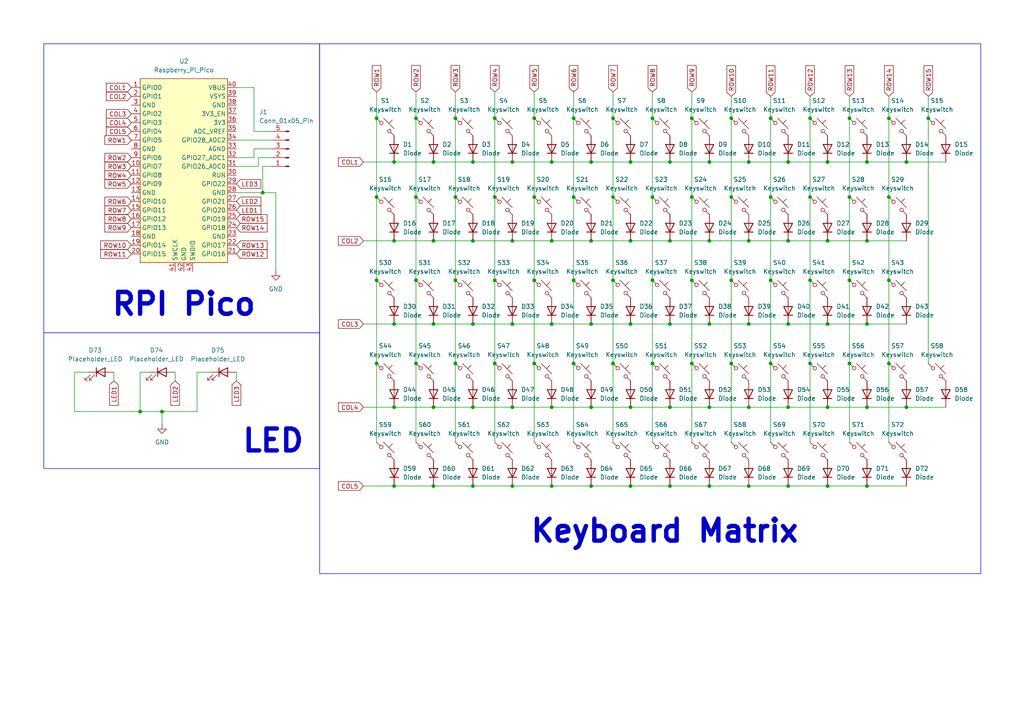
<source format=kicad_sch>
(kicad_sch (version 20231120) (generator "eeschema") (generator_version "8.0")
  (paper "A4")
  (junction (at 182.88 69.85))
  (junction (at 171.45 93.98))
  (junction (at 125.73 140.97))
  (junction (at 109.22 81.28))
  (junction (at 182.88 118.11))
  (junction (at 189.23 81.28))
  (junction (at 223.52 57.15))
  (junction (at 154.94 57.15))
  (junction (at 120.65 34.29))
  (junction (at 125.73 46.99))
  (junction (at 200.66 34.29))
  (junction (at 132.08 57.15))
  (junction (at 228.6 46.99))
  (junction (at 166.37 81.28))
  (junction (at 160.02 69.85))
  (junction (at 251.46 140.97))
  (junction (at 114.3 69.85))
  (junction (at 166.37 105.41))
  (junction (at 246.38 105.41))
  (junction (at 171.45 46.99))
  (junction (at 154.94 105.41))
  (junction (at 177.8 105.41))
  (junction (at 114.3 93.98))
  (junction (at 171.45 140.97))
  (junction (at 143.51 34.29))
  (junction (at 228.6 93.98))
  (junction (at 143.51 57.15))
  (junction (at 148.59 93.98))
  (junction (at 109.22 57.15))
  (junction (at 194.31 118.11))
  (junction (at 132.08 105.41))
  (junction (at 46.99 119.38))
  (junction (at 177.8 34.29))
  (junction (at 137.16 69.85))
  (junction (at 114.3 118.11))
  (junction (at 137.16 46.99))
  (junction (at 194.31 69.85))
  (junction (at 234.95 57.15))
  (junction (at 205.74 46.99))
  (junction (at 217.17 46.99))
  (junction (at 217.17 140.97))
  (junction (at 269.24 34.29))
  (junction (at 240.03 118.11))
  (junction (at 189.23 34.29))
  (junction (at 166.37 57.15))
  (junction (at 246.38 81.28))
  (junction (at 257.81 57.15))
  (junction (at 194.31 93.98))
  (junction (at 223.52 105.41))
  (junction (at 137.16 118.11))
  (junction (at 228.6 118.11))
  (junction (at 234.95 34.29))
  (junction (at 120.65 105.41))
  (junction (at 171.45 118.11))
  (junction (at 246.38 34.29))
  (junction (at 132.08 81.28))
  (junction (at 109.22 105.41))
  (junction (at 40.64 119.38))
  (junction (at 137.16 93.98))
  (junction (at 200.66 57.15))
  (junction (at 234.95 81.28))
  (junction (at 148.59 46.99))
  (junction (at 148.59 140.97))
  (junction (at 182.88 140.97))
  (junction (at 223.52 34.29))
  (junction (at 194.31 46.99))
  (junction (at 120.65 57.15))
  (junction (at 205.74 93.98))
  (junction (at 182.88 46.99))
  (junction (at 212.09 81.28))
  (junction (at 114.3 140.97))
  (junction (at 200.66 81.28))
  (junction (at 205.74 69.85))
  (junction (at 160.02 46.99))
  (junction (at 212.09 57.15))
  (junction (at 132.08 34.29))
  (junction (at 200.66 105.41))
  (junction (at 217.17 93.98))
  (junction (at 240.03 69.85))
  (junction (at 148.59 118.11))
  (junction (at 171.45 69.85))
  (junction (at 182.88 93.98))
  (junction (at 177.8 81.28))
  (junction (at 160.02 140.97))
  (junction (at 143.51 105.41))
  (junction (at 120.65 81.28))
  (junction (at 234.95 105.41))
  (junction (at 189.23 105.41))
  (junction (at 246.38 57.15))
  (junction (at 76.2 55.88))
  (junction (at 262.89 118.11))
  (junction (at 205.74 118.11))
  (junction (at 205.74 140.97))
  (junction (at 228.6 140.97))
  (junction (at 125.73 118.11))
  (junction (at 240.03 46.99))
  (junction (at 160.02 93.98))
  (junction (at 160.02 118.11))
  (junction (at 212.09 105.41))
  (junction (at 137.16 140.97))
  (junction (at 217.17 118.11))
  (junction (at 154.94 34.29))
  (junction (at 143.51 81.28))
  (junction (at 217.17 69.85))
  (junction (at 223.52 81.28))
  (junction (at 154.94 81.28))
  (junction (at 166.37 34.29))
  (junction (at 262.89 46.99))
  (junction (at 251.46 46.99))
  (junction (at 251.46 93.98))
  (junction (at 114.3 46.99))
  (junction (at 257.81 81.28))
  (junction (at 212.09 34.29))
  (junction (at 240.03 140.97))
  (junction (at 125.73 93.98))
  (junction (at 109.22 34.29))
  (junction (at 194.31 140.97))
  (junction (at 240.03 93.98))
  (junction (at 257.81 105.41))
  (junction (at 148.59 69.85))
  (junction (at 257.81 34.29))
  (junction (at 251.46 118.11))
  (junction (at 251.46 69.85))
  (junction (at 228.6 69.85))
  (junction (at 177.8 57.15))
  (junction (at 125.73 69.85))
  (junction (at 189.23 57.15))
  (wire (pts (xy 109.22 26.67) (xy 109.22 34.29)))
  (wire (pts (xy 246.38 27.94) (xy 246.38 34.29)))
  (wire (pts (xy 105.41 93.98) (xy 114.3 93.98)))
  (wire (pts (xy 114.3 46.99) (xy 125.73 46.99)))
  (wire (pts (xy 223.52 27.94) (xy 223.52 34.29)))
  (wire (pts (xy 217.17 69.85) (xy 228.6 69.85)))
  (wire (pts (xy 194.31 46.99) (xy 205.74 46.99)))
  (wire (pts (xy 154.94 105.41) (xy 154.94 128.27)))
  (wire (pts (xy 212.09 27.94) (xy 212.09 34.29)))
  (wire (pts (xy 33.02 107.95) (xy 33.02 110.49)))
  (wire (pts (xy 194.31 140.97) (xy 205.74 140.97)))
  (wire (pts (xy 109.22 105.41) (xy 109.22 128.27)))
  (wire (pts (xy 166.37 81.28) (xy 166.37 105.41)))
  (wire (pts (xy 240.03 118.11) (xy 251.46 118.11)))
  (wire (pts (xy 154.94 81.28) (xy 154.94 105.41)))
  (wire (pts (xy 257.81 27.94) (xy 257.81 34.29)))
  (wire (pts (xy 182.88 93.98) (xy 194.31 93.98)))
  (wire (pts (xy 125.73 46.99) (xy 137.16 46.99)))
  (wire (pts (xy 251.46 69.85) (xy 262.89 69.85)))
  (wire (pts (xy 212.09 57.15) (xy 212.09 81.28)))
  (wire (pts (xy 166.37 26.67) (xy 166.37 34.29)))
  (wire (pts (xy 182.88 118.11) (xy 194.31 118.11)))
  (wire (pts (xy 21.59 107.95) (xy 21.59 119.38)))
  (wire (pts (xy 114.3 69.85) (xy 125.73 69.85)))
  (wire (pts (xy 257.81 34.29) (xy 257.81 57.15)))
  (wire (pts (xy 228.6 69.85) (xy 240.03 69.85)))
  (wire (pts (xy 257.81 105.41) (xy 257.81 128.27)))
  (wire (pts (xy 132.08 34.29) (xy 132.08 57.15)))
  (wire (pts (xy 234.95 105.41) (xy 234.95 128.27)))
  (wire (pts (xy 205.74 140.97) (xy 217.17 140.97)))
  (wire (pts (xy 76.2 55.88) (xy 68.58 55.88)))
  (wire (pts (xy 114.3 93.98) (xy 125.73 93.98)))
  (wire (pts (xy 148.59 93.98) (xy 160.02 93.98)))
  (wire (pts (xy 269.24 34.29) (xy 269.24 105.41)))
  (wire (pts (xy 80.01 55.88) (xy 80.01 78.74)))
  (wire (pts (xy 74.93 48.26) (xy 74.93 45.72)))
  (wire (pts (xy 78.74 48.26) (xy 76.2 48.26)))
  (wire (pts (xy 68.58 25.4) (xy 73.66 25.4)))
  (wire (pts (xy 57.15 107.95) (xy 57.15 119.38)))
  (wire (pts (xy 137.16 140.97) (xy 148.59 140.97)))
  (wire (pts (xy 223.52 81.28) (xy 223.52 105.41)))
  (wire (pts (xy 205.74 93.98) (xy 217.17 93.98)))
  (wire (pts (xy 171.45 118.11) (xy 182.88 118.11)))
  (wire (pts (xy 105.41 46.99) (xy 114.3 46.99)))
  (wire (pts (xy 223.52 105.41) (xy 223.52 128.27)))
  (wire (pts (xy 182.88 140.97) (xy 194.31 140.97)))
  (wire (pts (xy 217.17 93.98) (xy 228.6 93.98)))
  (wire (pts (xy 125.73 69.85) (xy 137.16 69.85)))
  (wire (pts (xy 40.64 107.95) (xy 40.64 119.38)))
  (wire (pts (xy 200.66 105.41) (xy 200.66 128.27)))
  (wire (pts (xy 212.09 34.29) (xy 212.09 57.15)))
  (wire (pts (xy 148.59 69.85) (xy 160.02 69.85)))
  (wire (pts (xy 43.18 107.95) (xy 40.64 107.95)))
  (wire (pts (xy 234.95 27.94) (xy 234.95 34.29)))
  (wire (pts (xy 246.38 34.29) (xy 246.38 57.15)))
  (wire (pts (xy 148.59 46.99) (xy 160.02 46.99)))
  (wire (pts (xy 228.6 118.11) (xy 240.03 118.11)))
  (wire (pts (xy 171.45 69.85) (xy 182.88 69.85)))
  (wire (pts (xy 217.17 118.11) (xy 228.6 118.11)))
  (wire (pts (xy 166.37 105.41) (xy 166.37 128.27)))
  (wire (pts (xy 114.3 118.11) (xy 125.73 118.11)))
  (wire (pts (xy 166.37 34.29) (xy 166.37 57.15)))
  (wire (pts (xy 73.66 38.1) (xy 78.74 38.1)))
  (wire (pts (xy 228.6 46.99) (xy 240.03 46.99)))
  (wire (pts (xy 46.99 119.38) (xy 46.99 123.19)))
  (wire (pts (xy 240.03 46.99) (xy 251.46 46.99)))
  (wire (pts (xy 171.45 140.97) (xy 182.88 140.97)))
  (wire (pts (xy 212.09 81.28) (xy 212.09 105.41)))
  (wire (pts (xy 25.4 107.95) (xy 21.59 107.95)))
  (wire (pts (xy 194.31 69.85) (xy 205.74 69.85)))
  (wire (pts (xy 132.08 57.15) (xy 132.08 81.28)))
  (wire (pts (xy 205.74 118.11) (xy 217.17 118.11)))
  (wire (pts (xy 57.15 119.38) (xy 46.99 119.38)))
  (wire (pts (xy 177.8 26.67) (xy 177.8 34.29)))
  (wire (pts (xy 154.94 34.29) (xy 154.94 57.15)))
  (wire (pts (xy 217.17 140.97) (xy 228.6 140.97)))
  (wire (pts (xy 132.08 105.41) (xy 132.08 128.27)))
  (wire (pts (xy 223.52 57.15) (xy 223.52 81.28)))
  (wire (pts (xy 125.73 118.11) (xy 137.16 118.11)))
  (wire (pts (xy 189.23 81.28) (xy 189.23 105.41)))
  (wire (pts (xy 228.6 93.98) (xy 240.03 93.98)))
  (wire (pts (xy 125.73 140.97) (xy 137.16 140.97)))
  (wire (pts (xy 200.66 26.67) (xy 200.66 34.29)))
  (wire (pts (xy 262.89 118.11) (xy 274.32 118.11)))
  (wire (pts (xy 143.51 34.29) (xy 143.51 57.15)))
  (wire (pts (xy 212.09 105.41) (xy 212.09 128.27)))
  (wire (pts (xy 234.95 34.29) (xy 234.95 57.15)))
  (wire (pts (xy 177.8 34.29) (xy 177.8 57.15)))
  (wire (pts (xy 257.81 81.28) (xy 257.81 105.41)))
  (wire (pts (xy 166.37 57.15) (xy 166.37 81.28)))
  (wire (pts (xy 257.81 57.15) (xy 257.81 81.28)))
  (wire (pts (xy 109.22 81.28) (xy 109.22 105.41)))
  (wire (pts (xy 171.45 93.98) (xy 182.88 93.98)))
  (wire (pts (xy 76.2 48.26) (xy 76.2 55.88)))
  (wire (pts (xy 189.23 105.41) (xy 189.23 128.27)))
  (wire (pts (xy 120.65 26.67) (xy 120.65 34.29)))
  (wire (pts (xy 143.51 57.15) (xy 143.51 81.28)))
  (wire (pts (xy 160.02 140.97) (xy 171.45 140.97)))
  (wire (pts (xy 68.58 48.26) (xy 74.93 48.26)))
  (wire (pts (xy 205.74 69.85) (xy 217.17 69.85)))
  (wire (pts (xy 269.24 27.94) (xy 269.24 34.29)))
  (wire (pts (xy 189.23 34.29) (xy 189.23 57.15)))
  (wire (pts (xy 200.66 57.15) (xy 200.66 81.28)))
  (wire (pts (xy 194.31 93.98) (xy 205.74 93.98)))
  (wire (pts (xy 240.03 69.85) (xy 251.46 69.85)))
  (wire (pts (xy 182.88 46.99) (xy 194.31 46.99)))
  (wire (pts (xy 171.45 46.99) (xy 182.88 46.99)))
  (wire (pts (xy 234.95 81.28) (xy 234.95 105.41)))
  (wire (pts (xy 251.46 118.11) (xy 262.89 118.11)))
  (wire (pts (xy 189.23 57.15) (xy 189.23 81.28)))
  (wire (pts (xy 177.8 57.15) (xy 177.8 81.28)))
  (wire (pts (xy 240.03 140.97) (xy 251.46 140.97)))
  (wire (pts (xy 160.02 93.98) (xy 171.45 93.98)))
  (wire (pts (xy 120.65 81.28) (xy 120.65 105.41)))
  (wire (pts (xy 68.58 45.72) (xy 73.66 45.72)))
  (wire (pts (xy 200.66 81.28) (xy 200.66 105.41)))
  (wire (pts (xy 251.46 140.97) (xy 262.89 140.97)))
  (wire (pts (xy 105.41 69.85) (xy 114.3 69.85)))
  (wire (pts (xy 137.16 118.11) (xy 148.59 118.11)))
  (wire (pts (xy 114.3 140.97) (xy 125.73 140.97)))
  (wire (pts (xy 120.65 57.15) (xy 120.65 81.28)))
  (wire (pts (xy 223.52 34.29) (xy 223.52 57.15)))
  (wire (pts (xy 105.41 118.11) (xy 114.3 118.11)))
  (wire (pts (xy 246.38 57.15) (xy 246.38 81.28)))
  (wire (pts (xy 160.02 118.11) (xy 171.45 118.11)))
  (wire (pts (xy 246.38 105.41) (xy 246.38 128.27)))
  (wire (pts (xy 109.22 57.15) (xy 109.22 81.28)))
  (wire (pts (xy 21.59 119.38) (xy 40.64 119.38)))
  (wire (pts (xy 228.6 140.97) (xy 240.03 140.97)))
  (wire (pts (xy 200.66 34.29) (xy 200.66 57.15)))
  (wire (pts (xy 251.46 93.98) (xy 262.89 93.98)))
  (wire (pts (xy 73.66 25.4) (xy 73.66 38.1)))
  (wire (pts (xy 246.38 81.28) (xy 246.38 105.41)))
  (wire (pts (xy 50.8 107.95) (xy 50.8 110.49)))
  (wire (pts (xy 109.22 34.29) (xy 109.22 57.15)))
  (wire (pts (xy 143.51 105.41) (xy 143.51 128.27)))
  (wire (pts (xy 120.65 34.29) (xy 120.65 57.15)))
  (wire (pts (xy 132.08 81.28) (xy 132.08 105.41)))
  (wire (pts (xy 182.88 69.85) (xy 194.31 69.85)))
  (wire (pts (xy 154.94 26.67) (xy 154.94 34.29)))
  (wire (pts (xy 137.16 46.99) (xy 148.59 46.99)))
  (wire (pts (xy 68.58 107.95) (xy 68.58 110.49)))
  (wire (pts (xy 240.03 93.98) (xy 251.46 93.98)))
  (wire (pts (xy 160.02 46.99) (xy 171.45 46.99)))
  (wire (pts (xy 137.16 93.98) (xy 148.59 93.98)))
  (wire (pts (xy 143.51 81.28) (xy 143.51 105.41)))
  (wire (pts (xy 143.51 26.67) (xy 143.51 34.29)))
  (wire (pts (xy 251.46 46.99) (xy 262.89 46.99)))
  (wire (pts (xy 262.89 46.99) (xy 274.32 46.99)))
  (wire (pts (xy 160.02 69.85) (xy 171.45 69.85)))
  (wire (pts (xy 73.66 45.72) (xy 73.66 43.18)))
  (wire (pts (xy 194.31 118.11) (xy 205.74 118.11)))
  (wire (pts (xy 105.41 140.97) (xy 114.3 140.97)))
  (wire (pts (xy 177.8 81.28) (xy 177.8 105.41)))
  (wire (pts (xy 68.58 40.64) (xy 78.74 40.64)))
  (wire (pts (xy 205.74 46.99) (xy 217.17 46.99)))
  (wire (pts (xy 137.16 69.85) (xy 148.59 69.85)))
  (wire (pts (xy 125.73 93.98) (xy 137.16 93.98)))
  (wire (pts (xy 154.94 57.15) (xy 154.94 81.28)))
  (wire (pts (xy 76.2 55.88) (xy 80.01 55.88)))
  (wire (pts (xy 74.93 45.72) (xy 78.74 45.72)))
  (wire (pts (xy 40.64 119.38) (xy 46.99 119.38)))
  (wire (pts (xy 148.59 140.97) (xy 160.02 140.97)))
  (wire (pts (xy 234.95 57.15) (xy 234.95 81.28)))
  (wire (pts (xy 148.59 118.11) (xy 160.02 118.11)))
  (wire (pts (xy 120.65 105.41) (xy 120.65 128.27)))
  (wire (pts (xy 189.23 26.67) (xy 189.23 34.29)))
  (wire (pts (xy 73.66 43.18) (xy 78.74 43.18)))
  (wire (pts (xy 132.08 26.67) (xy 132.08 34.29)))
  (wire (pts (xy 60.96 107.95) (xy 57.15 107.95)))
  (wire (pts (xy 177.8 105.41) (xy 177.8 128.27)))
  (wire (pts (xy 217.17 46.99) (xy 228.6 46.99)))
  (rectangle (start 12.7 12.7) (end 92.71 96.52))
  (rectangle (start 92.71 12.7) (end 284.48 166.37))
  (rectangle (start 12.7 96.52) (end 92.71 135.89))
  (text "LED" (at 79.248 128.016 0) (effects (font (size 6.35 6.35) (thickness 1.27) (bold yes))))
  (text "RPI Pico" (at 53.34 88.392 0) (effects (font (size 6.35 6.35) (thickness 1.27) (bold yes))))
  (text "Keyboard Matrix" (at 192.786 154.178 0) (effects (font (size 6.35 6.35) (thickness 1.27) (bold yes))))
  (global_label "ROW12" (shape input) (at 68.58 73.66 0) (property "Intersheetrefs" "${INTERSHEET_REFS}" (effects (hide yes))))
  (global_label "ROW12" (shape input) (at 234.95 27.94 90) (property "Intersheetrefs" "${INTERSHEET_REFS}" (effects (hide yes))))
  (global_label "LED3" (shape input) (at 68.58 110.49 270) (property "Intersheetrefs" "${INTERSHEET_REFS}" (effects (hide yes))))
  (global_label "ROW7" (shape input) (at 38.1 60.96 180) (property "Intersheetrefs" "${INTERSHEET_REFS}" (effects (hide yes))))
  (global_label "ROW14" (shape input) (at 68.58 66.04 0) (property "Intersheetrefs" "${INTERSHEET_REFS}" (effects (hide yes))))
  (global_label "COL3" (shape input) (at 38.1 33.02 180) (property "Intersheetrefs" "${INTERSHEET_REFS}" (effects (hide yes))))
  (global_label "ROW9" (shape input) (at 38.1 66.04 180) (property "Intersheetrefs" "${INTERSHEET_REFS}" (effects (hide yes))))
  (global_label "ROW5" (shape input) (at 154.94 26.67 90) (property "Intersheetrefs" "${INTERSHEET_REFS}" (effects (hide yes))))
  (global_label "LED1" (shape input) (at 33.02 110.49 270) (property "Intersheetrefs" "${INTERSHEET_REFS}" (effects (hide yes))))
  (global_label "ROW3" (shape input) (at 38.1 48.26 180) (property "Intersheetrefs" "${INTERSHEET_REFS}" (effects (hide yes))))
  (global_label "COL4" (shape input) (at 105.41 118.11 180) (property "Intersheetrefs" "${INTERSHEET_REFS}" (effects (hide yes))))
  (global_label "LED2" (shape input) (at 68.58 58.42 0) (property "Intersheetrefs" "${INTERSHEET_REFS}" (effects (hide yes))))
  (global_label "ROW13" (shape input) (at 68.58 71.12 0) (property "Intersheetrefs" "${INTERSHEET_REFS}" (effects (hide yes))))
  (global_label "ROW8" (shape input) (at 38.1 63.5 180) (property "Intersheetrefs" "${INTERSHEET_REFS}" (effects (hide yes))))
  (global_label "ROW2" (shape input) (at 120.65 26.67 90) (property "Intersheetrefs" "${INTERSHEET_REFS}" (effects (hide yes))))
  (global_label "ROW5" (shape input) (at 38.1 53.34 180) (property "Intersheetrefs" "${INTERSHEET_REFS}" (effects (hide yes))))
  (global_label "COL2" (shape input) (at 38.1 27.94 180) (property "Intersheetrefs" "${INTERSHEET_REFS}" (effects (hide yes))))
  (global_label "LED1" (shape input) (at 68.58 60.96 0) (property "Intersheetrefs" "${INTERSHEET_REFS}" (effects (hide yes))))
  (global_label "ROW4" (shape input) (at 143.51 26.67 90) (property "Intersheetrefs" "${INTERSHEET_REFS}" (effects (hide yes))))
  (global_label "COL3" (shape input) (at 105.41 93.98 180) (property "Intersheetrefs" "${INTERSHEET_REFS}" (effects (hide yes))))
  (global_label "COL4" (shape input) (at 38.1 35.56 180) (property "Intersheetrefs" "${INTERSHEET_REFS}" (effects (hide yes))))
  (global_label "ROW1" (shape input) (at 38.1 40.64 180) (property "Intersheetrefs" "${INTERSHEET_REFS}" (effects (hide yes))))
  (global_label "LED2" (shape input) (at 50.8 110.49 270) (property "Intersheetrefs" "${INTERSHEET_REFS}" (effects (hide yes))))
  (global_label "ROW6" (shape input) (at 166.37 26.67 90) (property "Intersheetrefs" "${INTERSHEET_REFS}" (effects (hide yes))))
  (global_label "COL5" (shape input) (at 38.1 38.1 180) (property "Intersheetrefs" "${INTERSHEET_REFS}" (effects (hide yes))))
  (global_label "ROW1" (shape input) (at 109.22 26.67 90) (property "Intersheetrefs" "${INTERSHEET_REFS}" (effects (hide yes))))
  (global_label "LED3" (shape input) (at 68.58 53.34 0) (property "Intersheetrefs" "${INTERSHEET_REFS}" (effects (hide yes))))
  (global_label "ROW15" (shape input) (at 68.58 63.5 0) (property "Intersheetrefs" "${INTERSHEET_REFS}" (effects (hide yes))))
  (global_label "COL2" (shape input) (at 105.41 69.85 180) (property "Intersheetrefs" "${INTERSHEET_REFS}" (effects (hide yes))))
  (global_label "ROW13" (shape input) (at 246.38 27.94 90) (property "Intersheetrefs" "${INTERSHEET_REFS}" (effects (hide yes))))
  (global_label "COL5" (shape input) (at 105.41 140.97 180) (property "Intersheetrefs" "${INTERSHEET_REFS}" (effects (hide yes))))
  (global_label "ROW3" (shape input) (at 132.08 26.67 90) (property "Intersheetrefs" "${INTERSHEET_REFS}" (effects (hide yes))))
  (global_label "COL1" (shape input) (at 105.41 46.99 180) (property "Intersheetrefs" "${INTERSHEET_REFS}" (effects (hide yes))))
  (global_label "ROW10" (shape input) (at 38.1 71.12 180) (property "Intersheetrefs" "${INTERSHEET_REFS}" (effects (hide yes))))
  (global_label "ROW11" (shape input) (at 223.52 27.94 90) (property "Intersheetrefs" "${INTERSHEET_REFS}" (effects (hide yes))))
  (global_label "ROW6" (shape input) (at 38.1 58.42 180) (property "Intersheetrefs" "${INTERSHEET_REFS}" (effects (hide yes))))
  (global_label "COL1" (shape input) (at 38.1 25.4 180) (property "Intersheetrefs" "${INTERSHEET_REFS}" (effects (hide yes))))
  (global_label "ROW14" (shape input) (at 257.81 27.94 90) (property "Intersheetrefs" "${INTERSHEET_REFS}" (effects (hide yes))))
  (global_label "ROW15" (shape input) (at 269.24 27.94 90) (property "Intersheetrefs" "${INTERSHEET_REFS}" (effects (hide yes))))
  (global_label "ROW9" (shape input) (at 200.66 26.67 90) (property "Intersheetrefs" "${INTERSHEET_REFS}" (effects (hide yes))))
  (global_label "ROW7" (shape input) (at 177.8 26.67 90) (property "Intersheetrefs" "${INTERSHEET_REFS}" (effects (hide yes))))
  (global_label "ROW8" (shape input) (at 189.23 26.67 90) (property "Intersheetrefs" "${INTERSHEET_REFS}" (effects (hide yes))))
  (global_label "ROW10" (shape input) (at 212.09 27.94 90) (property "Intersheetrefs" "${INTERSHEET_REFS}" (effects (hide yes))))
  (global_label "ROW2" (shape input) (at 38.1 45.72 180) (property "Intersheetrefs" "${INTERSHEET_REFS}" (effects (hide yes))))
  (global_label "ROW11" (shape input) (at 38.1 73.66 180) (property "Intersheetrefs" "${INTERSHEET_REFS}" (effects (hide yes))))
  (global_label "ROW4" (shape input) (at 38.1 50.8 180) (property "Intersheetrefs" "${INTERSHEET_REFS}" (effects (hide yes))))
  (symbol (lib_id "ScottoKeebs:Placeholder_Keyswitch") (at 157.48 130.81 0) (unit 1)
    (property "Reference" "S63" (at 157.48 123.19 0))
    (property "Value" "Keyswitch" (at 157.48 125.73 0))
    (property "Footprint" "ScottoKeebs_Hotswap:Hotswap_MX_2.25u" (effects (hide yes)))
    (property "Description" "Push button switch, normally open, two pins, 45° tilted" (effects (hide yes)))
  )
  (symbol (lib_id "ScottoKeebs:Placeholder_Keyswitch") (at 123.19 83.82 0) (unit 1)
    (property "Reference" "S31" (at 123.19 76.2 0))
    (property "Value" "Keyswitch" (at 123.19 78.74 0))
    (property "Footprint" "ScottoKeebs_Hotswap:Hotswap_MX_1.00u" (effects (hide yes)))
    (property "Description" "Push button switch, normally open, two pins, 45° tilted" (effects (hide yes)))
  )
  (symbol (lib_id "ScottoKeebs:Placeholder_Diode") (at 274.32 43.18 90) (unit 1)
    (property "Reference" "D15" (at 276.86 41.9099 90) (effects (justify right)))
    (property "Value" "Diode" (at 276.86 44.4499 90) (effects (justify right)))
    (property "Footprint" "ScottoKeebs_Components:Diode_DO-35" (effects (hide yes)))
    (property "Description" "1N4148 (DO-35) or 1N4148W (SOD-123)" (effects (hide yes)))
    (property "Sim.Device" "D" (effects (hide yes)))
    (property "Sim.Pins" "1=K 2=A" (effects (hide yes)))
  )
  (symbol (lib_id "ScottoKeebs:Placeholder_Keyswitch") (at 226.06 83.82 0) (unit 1)
    (property "Reference" "S40" (at 226.06 76.2 0))
    (property "Value" "Keyswitch" (at 226.06 78.74 0))
    (property "Footprint" "ScottoKeebs_Hotswap:Hotswap_MX_1.00u" (effects (hide yes)))
    (property "Description" "Push button switch, normally open, two pins, 45° tilted" (effects (hide yes)))
  )
  (symbol (lib_id "ScottoKeebs:Placeholder_Diode") (at 148.59 90.17 90) (unit 1)
    (property "Reference" "D33" (at 151.13 88.8999 90) (effects (justify right)))
    (property "Value" "Diode" (at 151.13 91.4399 90) (effects (justify right)))
    (property "Footprint" "ScottoKeebs_Components:Diode_DO-35" (effects (hide yes)))
    (property "Description" "1N4148 (DO-35) or 1N4148W (SOD-123)" (effects (hide yes)))
    (property "Sim.Device" "D" (effects (hide yes)))
    (property "Sim.Pins" "1=K 2=A" (effects (hide yes)))
  )
  (symbol (lib_id "ScottoKeebs:Placeholder_Diode") (at 125.73 137.16 90) (unit 1)
    (property "Reference" "D60" (at 128.27 135.8899 90) (effects (justify right)))
    (property "Value" "Diode" (at 128.27 138.4299 90) (effects (justify right)))
    (property "Footprint" "ScottoKeebs_Components:Diode_DO-35" (effects (hide yes)))
    (property "Description" "1N4148 (DO-35) or 1N4148W (SOD-123)" (effects (hide yes)))
    (property "Sim.Device" "D" (effects (hide yes)))
    (property "Sim.Pins" "1=K 2=A" (effects (hide yes)))
  )
  (symbol (lib_id "ScottoKeebs:Placeholder_Diode") (at 137.16 137.16 90) (unit 1)
    (property "Reference" "D61" (at 139.7 135.8899 90) (effects (justify right)))
    (property "Value" "Diode" (at 139.7 138.4299 90) (effects (justify right)))
    (property "Footprint" "ScottoKeebs_Components:Diode_DO-35" (effects (hide yes)))
    (property "Description" "1N4148 (DO-35) or 1N4148W (SOD-123)" (effects (hide yes)))
    (property "Sim.Device" "D" (effects (hide yes)))
    (property "Sim.Pins" "1=K 2=A" (effects (hide yes)))
  )
  (symbol (lib_id "ScottoKeebs:Placeholder_Diode") (at 160.02 43.18 90) (unit 1)
    (property "Reference" "D5" (at 162.56 41.9099 90) (effects (justify right)))
    (property "Value" "Diode" (at 162.56 44.4499 90) (effects (justify right)))
    (property "Footprint" "ScottoKeebs_Components:Diode_DO-35" (effects (hide yes)))
    (property "Description" "1N4148 (DO-35) or 1N4148W (SOD-123)" (effects (hide yes)))
    (property "Sim.Device" "D" (effects (hide yes)))
    (property "Sim.Pins" "1=K 2=A" (effects (hide yes)))
  )
  (symbol (lib_id "ScottoKeebs:Placeholder_Keyswitch") (at 111.76 83.82 0) (unit 1)
    (property "Reference" "S30" (at 111.76 76.2 0))
    (property "Value" "Keyswitch" (at 111.76 78.74 0))
    (property "Footprint" "ScottoKeebs_Hotswap:Hotswap_MX_1.75u" (effects (hide yes)))
    (property "Description" "Push button switch, normally open, two pins, 45° tilted" (effects (hide yes)))
  )
  (symbol (lib_id "ScottoKeebs:Placeholder_Diode") (at 171.45 137.16 90) (unit 1)
    (property "Reference" "D64" (at 173.99 135.8899 90) (effects (justify right)))
    (property "Value" "Diode" (at 173.99 138.4299 90) (effects (justify right)))
    (property "Footprint" "ScottoKeebs_Components:Diode_DO-35" (effects (hide yes)))
    (property "Description" "1N4148 (DO-35) or 1N4148W (SOD-123)" (effects (hide yes)))
    (property "Sim.Device" "D" (effects (hide yes)))
    (property "Sim.Pins" "1=K 2=A" (effects (hide yes)))
  )
  (symbol (lib_id "ScottoKeebs:Placeholder_Diode") (at 114.3 137.16 90) (unit 1)
    (property "Reference" "D59" (at 116.84 135.8899 90) (effects (justify right)))
    (property "Value" "Diode" (at 116.84 138.4299 90) (effects (justify right)))
    (property "Footprint" "ScottoKeebs_Components:Diode_DO-35" (effects (hide yes)))
    (property "Description" "1N4148 (DO-35) or 1N4148W (SOD-123)" (effects (hide yes)))
    (property "Sim.Device" "D" (effects (hide yes)))
    (property "Sim.Pins" "1=K 2=A" (effects (hide yes)))
  )
  (symbol (lib_id "ScottoKeebs:Placeholder_Keyswitch") (at 168.91 36.83 0) (unit 1)
    (property "Reference" "S6" (at 168.91 29.21 0))
    (property "Value" "Keyswitch" (at 168.91 31.75 0))
    (property "Footprint" "ScottoKeebs_Hotswap:Hotswap_MX_1.00u" (effects (hide yes)))
    (property "Description" "Push button switch, normally open, two pins, 45° tilted" (effects (hide yes)))
  )
  (symbol (lib_id "ScottoKeebs:Placeholder_Keyswitch") (at 146.05 36.83 0) (unit 1)
    (property "Reference" "S4" (at 146.05 29.21 0))
    (property "Value" "Keyswitch" (at 146.05 31.75 0))
    (property "Footprint" "ScottoKeebs_Hotswap:Hotswap_MX_1.00u" (effects (hide yes)))
    (property "Description" "Push button switch, normally open, two pins, 45° tilted" (effects (hide yes)))
  )
  (symbol (lib_id "ScottoKeebs:Placeholder_Diode") (at 182.88 137.16 90) (unit 1)
    (property "Reference" "D65" (at 185.42 135.8899 90) (effects (justify right)))
    (property "Value" "Diode" (at 185.42 138.4299 90) (effects (justify right)))
    (property "Footprint" "ScottoKeebs_Components:Diode_DO-35" (effects (hide yes)))
    (property "Description" "1N4148 (DO-35) or 1N4148W (SOD-123)" (effects (hide yes)))
    (property "Sim.Device" "D" (effects (hide yes)))
    (property "Sim.Pins" "1=K 2=A" (effects (hide yes)))
  )
  (symbol (lib_id "ScottoKeebs:Placeholder_LED") (at 46.99 107.95 0) (unit 1)
    (property "Reference" "D74" (at 45.4025 101.6 0))
    (property "Value" "Placeholder_LED" (at 45.4025 104.14 0))
    (property "Footprint" "LED_THT:LED_D5.0mm" (effects (hide yes)))
    (property "Description" "Light emitting diode" (effects (hide yes)))
  )
  (symbol (lib_id "ScottoKeebs:Placeholder_Keyswitch") (at 123.19 36.83 0) (unit 1)
    (property "Reference" "S2" (at 123.19 29.21 0))
    (property "Value" "Keyswitch" (at 123.19 31.75 0))
    (property "Footprint" "ScottoKeebs_Hotswap:Hotswap_MX_1.00u" (effects (hide yes)))
    (property "Description" "Push button switch, normally open, two pins, 45° tilted" (effects (hide yes)))
  )
  (symbol (lib_id "ScottoKeebs:Placeholder_Keyswitch") (at 134.62 130.81 0) (unit 1)
    (property "Reference" "S61" (at 134.62 123.19 0))
    (property "Value" "Keyswitch" (at 134.62 125.73 0))
    (property "Footprint" "ScottoKeebs_Hotswap:Hotswap_MX_1.00u" (effects (hide yes)))
    (property "Description" "Push button switch, normally open, two pins, 45° tilted" (effects (hide yes)))
  )
  (symbol (lib_id "ScottoKeebs:Placeholder_Diode") (at 125.73 43.18 90) (unit 1)
    (property "Reference" "D2" (at 128.27 41.9099 90) (effects (justify right)))
    (property "Value" "Diode" (at 128.27 44.4499 90) (effects (justify right)))
    (property "Footprint" "ScottoKeebs_Components:Diode_DO-35" (effects (hide yes)))
    (property "Description" "1N4148 (DO-35) or 1N4148W (SOD-123)" (effects (hide yes)))
    (property "Sim.Device" "D" (effects (hide yes)))
    (property "Sim.Pins" "1=K 2=A" (effects (hide yes)))
  )
  (symbol (lib_id "ScottoKeebs:Placeholder_Keyswitch") (at 203.2 59.69 0) (unit 1)
    (property "Reference" "S24" (at 203.2 52.07 0))
    (property "Value" "Keyswitch" (at 203.2 54.61 0))
    (property "Footprint" "ScottoKeebs_Hotswap:Hotswap_MX_1.00u" (effects (hide yes)))
    (property "Description" "Push button switch, normally open, two pins, 45° tilted" (effects (hide yes)))
  )
  (symbol (lib_id "ScottoKeebs:Placeholder_Diode") (at 262.89 66.04 90) (unit 1)
    (property "Reference" "D29" (at 265.43 64.7699 90) (effects (justify right)))
    (property "Value" "Diode" (at 265.43 67.3099 90) (effects (justify right)))
    (property "Footprint" "ScottoKeebs_Components:Diode_DO-35" (effects (hide yes)))
    (property "Description" "1N4148 (DO-35) or 1N4148W (SOD-123)" (effects (hide yes)))
    (property "Sim.Device" "D" (effects (hide yes)))
    (property "Sim.Pins" "1=K 2=A" (effects (hide yes)))
  )
  (symbol (lib_id "power:GND") (at 80.01 78.74 0) (unit 1)
    (property "Reference" "#PWR03" (effects (hide yes)))
    (property "Value" "GND" (at 80.01 83.82 0))
    (property "Description" "Power symbol creates a global label with name \"GND\" , ground" (effects (hide yes)))
  )
  (symbol (lib_id "ScottoKeebs:Placeholder_Diode") (at 160.02 137.16 90) (unit 1)
    (property "Reference" "D63" (at 162.56 135.8899 90) (effects (justify right)))
    (property "Value" "Diode" (at 162.56 138.4299 90) (effects (justify right)))
    (property "Footprint" "ScottoKeebs_Components:Diode_DO-35" (effects (hide yes)))
    (property "Description" "1N4148 (DO-35) or 1N4148W (SOD-123)" (effects (hide yes)))
    (property "Sim.Device" "D" (effects (hide yes)))
    (property "Sim.Pins" "1=K 2=A" (effects (hide yes)))
  )
  (symbol (lib_id "ScottoKeebs:Placeholder_Keyswitch") (at 237.49 107.95 0) (unit 1)
    (property "Reference" "S55" (at 237.49 100.33 0))
    (property "Value" "Keyswitch" (at 237.49 102.87 0))
    (property "Footprint" "ScottoKeebs_Hotswap:Hotswap_MX_1.00u" (effects (hide yes)))
    (property "Description" "Push button switch, normally open, two pins, 45° tilted" (effects (hide yes)))
  )
  (symbol (lib_id "ScottoKeebs:Placeholder_Diode") (at 228.6 43.18 90) (unit 1)
    (property "Reference" "D11" (at 231.14 41.9099 90) (effects (justify right)))
    (property "Value" "Diode" (at 231.14 44.4499 90) (effects (justify right)))
    (property "Footprint" "ScottoKeebs_Components:Diode_DO-35" (effects (hide yes)))
    (property "Description" "1N4148 (DO-35) or 1N4148W (SOD-123)" (effects (hide yes)))
    (property "Sim.Device" "D" (effects (hide yes)))
    (property "Sim.Pins" "1=K 2=A" (effects (hide yes)))
  )
  (symbol (lib_id "ScottoKeebs:Placeholder_Keyswitch") (at 168.91 83.82 0) (unit 1)
    (property "Reference" "S35" (at 168.91 76.2 0))
    (property "Value" "Keyswitch" (at 168.91 78.74 0))
    (property "Footprint" "ScottoKeebs_Hotswap:Hotswap_MX_1.00u" (effects (hide yes)))
    (property "Description" "Push button switch, normally open, two pins, 45° tilted" (effects (hide yes)))
  )
  (symbol (lib_id "ScottoKeebs:Placeholder_Diode") (at 205.74 66.04 90) (unit 1)
    (property "Reference" "D24" (at 208.28 64.7699 90) (effects (justify right)))
    (property "Value" "Diode" (at 208.28 67.3099 90) (effects (justify right)))
    (property "Footprint" "ScottoKeebs_Components:Diode_DO-35" (effects (hide yes)))
    (property "Description" "1N4148 (DO-35) or 1N4148W (SOD-123)" (effects (hide yes)))
    (property "Sim.Device" "D" (effects (hide yes)))
    (property "Sim.Pins" "1=K 2=A" (effects (hide yes)))
  )
  (symbol (lib_id "ScottoKeebs:Placeholder_Diode") (at 240.03 43.18 90) (unit 1)
    (property "Reference" "D12" (at 242.57 41.9099 90) (effects (justify right)))
    (property "Value" "Diode" (at 242.57 44.4499 90) (effects (justify right)))
    (property "Footprint" "ScottoKeebs_Components:Diode_DO-35" (effects (hide yes)))
    (property "Description" "1N4148 (DO-35) or 1N4148W (SOD-123)" (effects (hide yes)))
    (property "Sim.Device" "D" (effects (hide yes)))
    (property "Sim.Pins" "1=K 2=A" (effects (hide yes)))
  )
  (symbol (lib_id "ScottoKeebs:Placeholder_Diode") (at 262.89 90.17 90) (unit 1)
    (property "Reference" "D43" (at 265.43 88.8999 90) (effects (justify right)))
    (property "Value" "Diode" (at 265.43 91.4399 90) (effects (justify right)))
    (property "Footprint" "ScottoKeebs_Components:Diode_DO-35" (effects (hide yes)))
    (property "Description" "1N4148 (DO-35) or 1N4148W (SOD-123)" (effects (hide yes)))
    (property "Sim.Device" "D" (effects (hide yes)))
    (property "Sim.Pins" "1=K 2=A" (effects (hide yes)))
  )
  (symbol (lib_id "ScottoKeebs:Placeholder_Diode") (at 194.31 66.04 90) (unit 1)
    (property "Reference" "D23" (at 196.85 64.7699 90) (effects (justify right)))
    (property "Value" "Diode" (at 196.85 67.3099 90) (effects (justify right)))
    (property "Footprint" "ScottoKeebs_Components:Diode_DO-35" (effects (hide yes)))
    (property "Description" "1N4148 (DO-35) or 1N4148W (SOD-123)" (effects (hide yes)))
    (property "Sim.Device" "D" (effects (hide yes)))
    (property "Sim.Pins" "1=K 2=A" (effects (hide yes)))
  )
  (symbol (lib_id "ScottoKeebs:Placeholder_Diode") (at 125.73 66.04 90) (unit 1)
    (property "Reference" "D17" (at 128.27 64.7699 90) (effects (justify right)))
    (property "Value" "Diode" (at 128.27 67.3099 90) (effects (justify right)))
    (property "Footprint" "ScottoKeebs_Components:Diode_DO-35" (effects (hide yes)))
    (property "Description" "1N4148 (DO-35) or 1N4148W (SOD-123)" (effects (hide yes)))
    (property "Sim.Device" "D" (effects (hide yes)))
    (property "Sim.Pins" "1=K 2=A" (effects (hide yes)))
  )
  (symbol (lib_id "ScottoKeebs:Placeholder_Diode") (at 148.59 137.16 90) (unit 1)
    (property "Reference" "D62" (at 151.13 135.8899 90) (effects (justify right)))
    (property "Value" "Diode" (at 151.13 138.4299 90) (effects (justify right)))
    (property "Footprint" "ScottoKeebs_Components:Diode_DO-35" (effects (hide yes)))
    (property "Description" "1N4148 (DO-35) or 1N4148W (SOD-123)" (effects (hide yes)))
    (property "Sim.Device" "D" (effects (hide yes)))
    (property "Sim.Pins" "1=K 2=A" (effects (hide yes)))
  )
  (symbol (lib_id "ScottoKeebs:Placeholder_Diode") (at 194.31 114.3 90) (unit 1)
    (property "Reference" "D51" (at 196.85 113.0299 90) (effects (justify right)))
    (property "Value" "Diode" (at 196.85 115.5699 90) (effects (justify right)))
    (property "Footprint" "ScottoKeebs_Components:Diode_DO-35" (effects (hide yes)))
    (property "Description" "1N4148 (DO-35) or 1N4148W (SOD-123)" (effects (hide yes)))
    (property "Sim.Device" "D" (effects (hide yes)))
    (property "Sim.Pins" "1=K 2=A" (effects (hide yes)))
  )
  (symbol (lib_id "ScottoKeebs:Placeholder_Diode") (at 205.74 90.17 90) (unit 1)
    (property "Reference" "D38" (at 208.28 88.8999 90) (effects (justify right)))
    (property "Value" "Diode" (at 208.28 91.4399 90) (effects (justify right)))
    (property "Footprint" "ScottoKeebs_Components:Diode_DO-35" (effects (hide yes)))
    (property "Description" "1N4148 (DO-35) or 1N4148W (SOD-123)" (effects (hide yes)))
    (property "Sim.Device" "D" (effects (hide yes)))
    (property "Sim.Pins" "1=K 2=A" (effects (hide yes)))
  )
  (symbol (lib_id "ScottoKeebs:Placeholder_Keyswitch") (at 214.63 59.69 0) (unit 1)
    (property "Reference" "S25" (at 214.63 52.07 0))
    (property "Value" "Keyswitch" (at 214.63 54.61 0))
    (property "Footprint" "ScottoKeebs_Hotswap:Hotswap_MX_1.00u" (effects (hide yes)))
    (property "Description" "Push button switch, normally open, two pins, 45° tilted" (effects (hide yes)))
  )
  (symbol (lib_id "ScottoKeebs:Placeholder_Keyswitch") (at 157.48 36.83 0) (unit 1)
    (property "Reference" "S5" (at 157.48 29.21 0))
    (property "Value" "Keyswitch" (at 157.48 31.75 0))
    (property "Footprint" "ScottoKeebs_Hotswap:Hotswap_MX_1.00u" (effects (hide yes)))
    (property "Description" "Push button switch, normally open, two pins, 45° tilted" (effects (hide yes)))
  )
  (symbol (lib_id "ScottoKeebs:Placeholder_Keyswitch") (at 214.63 36.83 0) (unit 1)
    (property "Reference" "S10" (at 214.63 29.21 0))
    (property "Value" "Keyswitch" (at 214.63 31.75 0))
    (property "Footprint" "ScottoKeebs_Hotswap:Hotswap_MX_1.00u" (effects (hide yes)))
    (property "Description" "Push button switch, normally open, two pins, 45° tilted" (effects (hide yes)))
  )
  (symbol (lib_id "ScottoKeebs:Placeholder_LED") (at 64.77 107.95 0) (unit 1)
    (property "Reference" "D75" (at 63.1825 101.6 0))
    (property "Value" "Placeholder_LED" (at 63.1825 104.14 0))
    (property "Footprint" "LED_THT:LED_D5.0mm" (effects (hide yes)))
    (property "Description" "Light emitting diode" (effects (hide yes)))
  )
  (symbol (lib_id "ScottoKeebs:Placeholder_Diode") (at 217.17 43.18 90) (unit 1)
    (property "Reference" "D10" (at 219.71 41.9099 90) (effects (justify right)))
    (property "Value" "Diode" (at 219.71 44.4499 90) (effects (justify right)))
    (property "Footprint" "ScottoKeebs_Components:Diode_DO-35" (effects (hide yes)))
    (property "Description" "1N4148 (DO-35) or 1N4148W (SOD-123)" (effects (hide yes)))
    (property "Sim.Device" "D" (effects (hide yes)))
    (property "Sim.Pins" "1=K 2=A" (effects (hide yes)))
  )
  (symbol (lib_id "ScottoKeebs:Placeholder_Diode") (at 205.74 137.16 90) (unit 1)
    (property "Reference" "D67" (at 208.28 135.8899 90) (effects (justify right)))
    (property "Value" "Diode" (at 208.28 138.4299 90) (effects (justify right)))
    (property "Footprint" "ScottoKeebs_Components:Diode_DO-35" (effects (hide yes)))
    (property "Description" "1N4148 (DO-35) or 1N4148W (SOD-123)" (effects (hide yes)))
    (property "Sim.Device" "D" (effects (hide yes)))
    (property "Sim.Pins" "1=K 2=A" (effects (hide yes)))
  )
  (symbol (lib_id "ScottoKeebs:Placeholder_Diode") (at 217.17 114.3 90) (unit 1)
    (property "Reference" "D53" (at 219.71 113.0299 90) (effects (justify right)))
    (property "Value" "Diode" (at 219.71 115.5699 90) (effects (justify right)))
    (property "Footprint" "ScottoKeebs_Components:Diode_DO-35" (effects (hide yes)))
    (property "Description" "1N4148 (DO-35) or 1N4148W (SOD-123)" (effects (hide yes)))
    (property "Sim.Device" "D" (effects (hide yes)))
    (property "Sim.Pins" "1=K 2=A" (effects (hide yes)))
  )
  (symbol (lib_id "ScottoKeebs:Placeholder_Diode") (at 251.46 43.18 90) (unit 1)
    (property "Reference" "D13" (at 254 41.9099 90) (effects (justify right)))
    (property "Value" "Diode" (at 254 44.4499 90) (effects (justify right)))
    (property "Footprint" "ScottoKeebs_Components:Diode_DO-35" (effects (hide yes)))
    (property "Description" "1N4148 (DO-35) or 1N4148W (SOD-123)" (effects (hide yes)))
    (property "Sim.Device" "D" (effects (hide yes)))
    (property "Sim.Pins" "1=K 2=A" (effects (hide yes)))
  )
  (symbol (lib_id "ScottoKeebs:Placeholder_Diode") (at 240.03 90.17 90) (unit 1)
    (property "Reference" "D41" (at 242.57 88.8999 90) (effects (justify right)))
    (property "Value" "Diode" (at 242.57 91.4399 90) (effects (justify right)))
    (property "Footprint" "ScottoKeebs_Components:Diode_DO-35" (effects (hide yes)))
    (property "Description" "1N4148 (DO-35) or 1N4148W (SOD-123)" (effects (hide yes)))
    (property "Sim.Device" "D" (effects (hide yes)))
    (property "Sim.Pins" "1=K 2=A" (effects (hide yes)))
  )
  (symbol (lib_id "ScottoKeebs:Placeholder_Diode") (at 251.46 66.04 90) (unit 1)
    (property "Reference" "D28" (at 254 64.7699 90) (effects (justify right)))
    (property "Value" "Diode" (at 254 67.3099 90) (effects (justify right)))
    (property "Footprint" "ScottoKeebs_Components:Diode_DO-35" (effects (hide yes)))
    (property "Description" "1N4148 (DO-35) or 1N4148W (SOD-123)" (effects (hide yes)))
    (property "Sim.Device" "D" (effects (hide yes)))
    (property "Sim.Pins" "1=K 2=A" (effects (hide yes)))
  )
  (symbol (lib_id "ScottoKeebs:Placeholder_Keyswitch") (at 168.91 107.95 0) (unit 1)
    (property "Reference" "S49" (at 168.91 100.33 0))
    (property "Value" "Keyswitch" (at 168.91 102.87 0))
    (property "Footprint" "ScottoKeebs_Hotswap:Hotswap_MX_1.00u" (effects (hide yes)))
    (property "Description" "Push button switch, normally open, two pins, 45° tilted" (effects (hide yes)))
  )
  (symbol (lib_id "ScottoKeebs:Placeholder_Keyswitch") (at 157.48 83.82 0) (unit 1)
    (property "Reference" "S34" (at 157.48 76.2 0))
    (property "Value" "Keyswitch" (at 157.48 78.74 0))
    (property "Footprint" "ScottoKeebs_Hotswap:Hotswap_MX_1.00u" (effects (hide yes)))
    (property "Description" "Push button switch, normally open, two pins, 45° tilted" (effects (hide yes)))
  )
  (symbol (lib_id "ScottoKeebs:Placeholder_Diode") (at 137.16 114.3 90) (unit 1)
    (property "Reference" "D46" (at 139.7 113.0299 90) (effects (justify right)))
    (property "Value" "Diode" (at 139.7 115.5699 90) (effects (justify right)))
    (property "Footprint" "ScottoKeebs_Components:Diode_DO-35" (effects (hide yes)))
    (property "Description" "1N4148 (DO-35) or 1N4148W (SOD-123)" (effects (hide yes)))
    (property "Sim.Device" "D" (effects (hide yes)))
    (property "Sim.Pins" "1=K 2=A" (effects (hide yes)))
  )
  (symbol (lib_id "ScottoKeebs:Placeholder_Keyswitch") (at 168.91 59.69 0) (unit 1)
    (property "Reference" "S21" (at 168.91 52.07 0))
    (property "Value" "Keyswitch" (at 168.91 54.61 0))
    (property "Footprint" "ScottoKeebs_Hotswap:Hotswap_MX_1.00u" (effects (hide yes)))
    (property "Description" "Push button switch, normally open, two pins, 45° tilted" (effects (hide yes)))
  )
  (symbol (lib_id "ScottoKeebs:Placeholder_Keyswitch") (at 260.35 36.83 0) (unit 1)
    (property "Reference" "S14" (at 260.35 29.21 0))
    (property "Value" "Keyswitch" (at 260.35 31.75 0))
    (property "Footprint" "ScottoKeebs_Hotswap:Hotswap_MX_1.00u" (effects (hide yes)))
    (property "Description" "Push button switch, normally open, two pins, 45° tilted" (effects (hide yes)))
  )
  (symbol (lib_id "ScottoKeebs:Placeholder_Keyswitch") (at 191.77 36.83 0) (unit 1)
    (property "Reference" "S8" (at 191.77 29.21 0))
    (property "Value" "Keyswitch" (at 191.77 31.75 0))
    (property "Footprint" "ScottoKeebs_Hotswap:Hotswap_MX_1.00u" (effects (hide yes)))
    (property "Description" "Push button switch, normally open, two pins, 45° tilted" (effects (hide yes)))
  )
  (symbol (lib_id "power:GND") (at 46.99 123.19 0) (unit 1)
    (property "Reference" "#PWR01" (effects (hide yes)))
    (property "Value" "GND" (at 46.99 128.27 0))
    (property "Description" "Power symbol creates a global label with name \"GND\" , ground" (effects (hide yes)))
  )
  (symbol (lib_id "ScottoKeebs:Placeholder_Keyswitch") (at 146.05 130.81 0) (unit 1)
    (property "Reference" "S62" (at 146.05 123.19 0))
    (property "Value" "Keyswitch" (at 146.05 125.73 0))
    (property "Footprint" "ScottoKeebs_Hotswap:Hotswap_MX_1.00u" (effects (hide yes)))
    (property "Description" "Push button switch, normally open, two pins, 45° tilted" (effects (hide yes)))
  )
  (symbol (lib_id "ScottoKeebs:Placeholder_Keyswitch") (at 180.34 59.69 0) (unit 1)
    (property "Reference" "S22" (at 180.34 52.07 0))
    (property "Value" "Keyswitch" (at 180.34 54.61 0))
    (property "Footprint" "ScottoKeebs_Hotswap:Hotswap_MX_1.00u" (effects (hide yes)))
    (property "Description" "Push button switch, normally open, two pins, 45° tilted" (effects (hide yes)))
  )
  (symbol (lib_id "ScottoKeebs:Placeholder_Diode") (at 171.45 90.17 90) (unit 1)
    (property "Reference" "D35" (at 173.99 88.8999 90) (effects (justify right)))
    (property "Value" "Diode" (at 173.99 91.4399 90) (effects (justify right)))
    (property "Footprint" "ScottoKeebs_Components:Diode_DO-35" (effects (hide yes)))
    (property "Description" "1N4148 (DO-35) or 1N4148W (SOD-123)" (effects (hide yes)))
    (property "Sim.Device" "D" (effects (hide yes)))
    (property "Sim.Pins" "1=K 2=A" (effects (hide yes)))
  )
  (symbol (lib_id "ScottoKeebs:Placeholder_Diode") (at 217.17 66.04 90) (unit 1)
    (property "Reference" "D25" (at 219.71 64.7699 90) (effects (justify right)))
    (property "Value" "Diode" (at 219.71 67.3099 90) (effects (justify right)))
    (property "Footprint" "ScottoKeebs_Components:Diode_DO-35" (effects (hide yes)))
    (property "Description" "1N4148 (DO-35) or 1N4148W (SOD-123)" (effects (hide yes)))
    (property "Sim.Device" "D" (effects (hide yes)))
    (property "Sim.Pins" "1=K 2=A" (effects (hide yes)))
  )
  (symbol (lib_id "ScottoKeebs:Placeholder_Diode") (at 217.17 90.17 90) (unit 1)
    (property "Reference" "D39" (at 219.71 88.8999 90) (effects (justify right)))
    (property "Value" "Diode" (at 219.71 91.4399 90) (effects (justify right)))
    (property "Footprint" "ScottoKeebs_Components:Diode_DO-35" (effects (hide yes)))
    (property "Description" "1N4148 (DO-35) or 1N4148W (SOD-123)" (effects (hide yes)))
    (property "Sim.Device" "D" (effects (hide yes)))
    (property "Sim.Pins" "1=K 2=A" (effects (hide yes)))
  )
  (symbol (lib_id "ScottoKeebs:Placeholder_Keyswitch") (at 226.06 107.95 0) (unit 1)
    (property "Reference" "S54" (at 226.06 100.33 0))
    (property "Value" "Keyswitch" (at 226.06 102.87 0))
    (property "Footprint" "ScottoKeebs_Hotswap:Hotswap_MX_1.75u" (effects (hide yes)))
    (property "Description" "Push button switch, normally open, two pins, 45° tilted" (effects (hide yes)))
  )
  (symbol (lib_id "ScottoKeebs:Placeholder_Diode") (at 274.32 114.3 90) (unit 1)
    (property "Reference" "D58" (at 276.86 113.0299 90) (effects (justify right)))
    (property "Value" "Diode" (at 276.86 115.5699 90) (effects (justify right)))
    (property "Footprint" "ScottoKeebs_Components:Diode_DO-35" (effects (hide yes)))
    (property "Description" "1N4148 (DO-35) or 1N4148W (SOD-123)" (effects (hide yes)))
    (property "Sim.Device" "D" (effects (hide yes)))
    (property "Sim.Pins" "1=K 2=A" (effects (hide yes)))
  )
  (symbol (lib_id "ScottoKeebs:Placeholder_Keyswitch") (at 180.34 36.83 0) (unit 1)
    (property "Reference" "S7" (at 180.34 29.21 0))
    (property "Value" "Keyswitch" (at 180.34 31.75 0))
    (property "Footprint" "ScottoKeebs_Hotswap:Hotswap_MX_1.00u" (effects (hide yes)))
    (property "Description" "Push button switch, normally open, two pins, 45° tilted" (effects (hide yes)))
  )
  (symbol (lib_id "ScottoKeebs:Placeholder_Keyswitch") (at 203.2 36.83 0) (unit 1)
    (property "Reference" "S9" (at 203.2 29.21 0))
    (property "Value" "Keyswitch" (at 203.2 31.75 0))
    (property "Footprint" "ScottoKeebs_Hotswap:Hotswap_MX_1.00u" (effects (hide yes)))
    (property "Description" "Push button switch, normally open, two pins, 45° tilted" (effects (hide yes)))
  )
  (symbol (lib_id "ScottoKeebs:Placeholder_Keyswitch") (at 248.92 107.95 0) (unit 1)
    (property "Reference" "S56" (at 248.92 100.33 0))
    (property "Value" "Keyswitch" (at 248.92 102.87 0))
    (property "Footprint" "ScottoKeebs_Hotswap:Hotswap_MX_1.00u" (effects (hide yes)))
    (property "Description" "Push button switch, normally open, two pins, 45° tilted" (effects (hide yes)))
  )
  (symbol (lib_id "ScottoKeebs:Placeholder_Diode") (at 228.6 90.17 90) (unit 1)
    (property "Reference" "D40" (at 231.14 88.8999 90) (effects (justify right)))
    (property "Value" "Diode" (at 231.14 91.4399 90) (effects (justify right)))
    (property "Footprint" "ScottoKeebs_Components:Diode_DO-35" (effects (hide yes)))
    (property "Description" "1N4148 (DO-35) or 1N4148W (SOD-123)" (effects (hide yes)))
    (property "Sim.Device" "D" (effects (hide yes)))
    (property "Sim.Pins" "1=K 2=A" (effects (hide yes)))
  )
  (symbol (lib_id "ScottoKeebs:Placeholder_Keyswitch") (at 134.62 36.83 0) (unit 1)
    (property "Reference" "S3" (at 134.62 29.21 0))
    (property "Value" "Keyswitch" (at 134.62 31.75 0))
    (property "Footprint" "ScottoKeebs_Hotswap:Hotswap_MX_1.00u" (effects (hide yes)))
    (property "Description" "Push button switch, normally open, two pins, 45° tilted" (effects (hide yes)))
  )
  (symbol (lib_id "ScottoKeebs:Placeholder_Keyswitch") (at 237.49 59.69 0) (unit 1)
    (property "Reference" "S27" (at 237.49 52.07 0))
    (property "Value" "Keyswitch" (at 237.49 54.61 0))
    (property "Footprint" "ScottoKeebs_Hotswap:Hotswap_MX_1.00u" (effects (hide yes)))
    (property "Description" "Push button switch, normally open, two pins, 45° tilted" (effects (hide yes)))
  )
  (symbol (lib_id "ScottoKeebs:Placeholder_Diode") (at 251.46 90.17 90) (unit 1)
    (property "Reference" "D42" (at 254 88.8999 90) (effects (justify right)))
    (property "Value" "Diode" (at 254 91.4399 90) (effects (justify right)))
    (property "Footprint" "ScottoKeebs_Components:Diode_DO-35" (effects (hide yes)))
    (property "Description" "1N4148 (DO-35) or 1N4148W (SOD-123)" (effects (hide yes)))
    (property "Sim.Device" "D" (effects (hide yes)))
    (property "Sim.Pins" "1=K 2=A" (effects (hide yes)))
  )
  (symbol (lib_id "ScottoKeebs:Placeholder_Diode") (at 194.31 137.16 90) (unit 1)
    (property "Reference" "D66" (at 196.85 135.8899 90) (effects (justify right)))
    (property "Value" "Diode" (at 196.85 138.4299 90) (effects (justify right)))
    (property "Footprint" "ScottoKeebs_Components:Diode_DO-35" (effects (hide yes)))
    (property "Description" "1N4148 (DO-35) or 1N4148W (SOD-123)" (effects (hide yes)))
    (property "Sim.Device" "D" (effects (hide yes)))
    (property "Sim.Pins" "1=K 2=A" (effects (hide yes)))
  )
  (symbol (lib_id "ScottoKeebs:Placeholder_Diode") (at 182.88 43.18 90) (unit 1)
    (property "Reference" "D7" (at 185.42 41.9099 90) (effects (justify right)))
    (property "Value" "Diode" (at 185.42 44.4499 90) (effects (justify right)))
    (property "Footprint" "ScottoKeebs_Components:Diode_DO-35" (effects (hide yes)))
    (property "Description" "1N4148 (DO-35) or 1N4148W (SOD-123)" (effects (hide yes)))
    (property "Sim.Device" "D" (effects (hide yes)))
    (property "Sim.Pins" "1=K 2=A" (effects (hide yes)))
  )
  (symbol (lib_id "ScottoKeebs:Placeholder_Keyswitch") (at 271.78 107.95 0) (unit 1)
    (property "Reference" "S58" (at 271.78 100.33 0))
    (property "Value" "Keyswitch" (at 271.78 102.87 0))
    (property "Footprint" "ScottoKeebs_Hotswap:Hotswap_MX_1.00u" (effects (hide yes)))
    (property "Description" "Push button switch, normally open, two pins, 45° tilted" (effects (hide yes)))
  )
  (symbol (lib_id "ScottoKeebs:Placeholder_Diode") (at 251.46 114.3 90) (unit 1)
    (property "Reference" "D56" (at 254 113.0299 90) (effects (justify right)))
    (property "Value" "Diode" (at 254 115.5699 90) (effects (justify right)))
    (property "Footprint" "ScottoKeebs_Components:Diode_DO-35" (effects (hide yes)))
    (property "Description" "1N4148 (DO-35) or 1N4148W (SOD-123)" (effects (hide yes)))
    (property "Sim.Device" "D" (effects (hide yes)))
    (property "Sim.Pins" "1=K 2=A" (effects (hide yes)))
  )
  (symbol (lib_id "ScottoKeebs:Placeholder_Diode") (at 262.89 43.18 90) (unit 1)
    (property "Reference" "D14" (at 265.43 41.9099 90) (effects (justify right)))
    (property "Value" "Diode" (at 265.43 44.4499 90) (effects (justify right)))
    (property "Footprint" "ScottoKeebs_Components:Diode_DO-35" (effects (hide yes)))
    (property "Description" "1N4148 (DO-35) or 1N4148W (SOD-123)" (effects (hide yes)))
    (property "Sim.Device" "D" (effects (hide yes)))
    (property "Sim.Pins" "1=K 2=A" (effects (hide yes)))
  )
  (symbol (lib_id "ScottoKeebs:Placeholder_Keyswitch") (at 203.2 83.82 0) (unit 1)
    (property "Reference" "S38" (at 203.2 76.2 0))
    (property "Value" "Keyswitch" (at 203.2 78.74 0))
    (property "Footprint" "ScottoKeebs_Hotswap:Hotswap_MX_1.00u" (effects (hide yes)))
    (property "Description" "Push button switch, normally open, two pins, 45° tilted" (effects (hide yes)))
  )
  (symbol (lib_id "ScottoKeebs:Placeholder_Diode") (at 125.73 90.17 90) (unit 1)
    (property "Reference" "D31" (at 128.27 88.8999 90) (effects (justify right)))
    (property "Value" "Diode" (at 128.27 91.4399 90) (effects (justify right)))
    (property "Footprint" "ScottoKeebs_Components:Diode_DO-35" (effects (hide yes)))
    (property "Description" "1N4148 (DO-35) or 1N4148W (SOD-123)" (effects (hide yes)))
    (property "Sim.Device" "D" (effects (hide yes)))
    (property "Sim.Pins" "1=K 2=A" (effects (hide yes)))
  )
  (symbol (lib_id "ScottoKeebs:Placeholder_Keyswitch") (at 180.34 130.81 0) (unit 1)
    (property "Reference" "S65" (at 180.34 123.19 0))
    (property "Value" "Keyswitch" (at 180.34 125.73 0))
    (property "Footprint" "ScottoKeebs_Hotswap:Hotswap_MX_1.00u" (effects (hide yes)))
    (property "Description" "Push button switch, normally open, two pins, 45° tilted" (effects (hide yes)))
  )
  (symbol (lib_id "ScottoKeebs:Placeholder_Keyswitch") (at 248.92 83.82 0) (unit 1)
    (property "Reference" "S42" (at 248.92 76.2 0))
    (property "Value" "Keyswitch" (at 248.92 78.74 0))
    (property "Footprint" "ScottoKeebs_Hotswap:Hotswap_MX_2.25u" (effects (hide yes)))
    (property "Description" "Push button switch, normally open, two pins, 45° tilted" (effects (hide yes)))
  )
  (symbol (lib_id "ScottoKeebs:Placeholder_Diode") (at 194.31 90.17 90) (unit 1)
    (property "Reference" "D37" (at 196.85 88.8999 90) (effects (justify right)))
    (property "Value" "Diode" (at 196.85 91.4399 90) (effects (justify right)))
    (property "Footprint" "ScottoKeebs_Components:Diode_DO-35" (effects (hide yes)))
    (property "Description" "1N4148 (DO-35) or 1N4148W (SOD-123)" (effects (hide yes)))
    (property "Sim.Device" "D" (effects (hide yes)))
    (property "Sim.Pins" "1=K 2=A" (effects (hide yes)))
  )
  (symbol (lib_id "ScottoKeebs:Placeholder_Diode") (at 262.89 137.16 90) (unit 1)
    (property "Reference" "D72" (at 265.43 135.8899 90) (effects (justify right)))
    (property "Value" "Diode" (at 265.43 138.4299 90) (effects (justify right)))
    (property "Footprint" "ScottoKeebs_Components:Diode_DO-35" (effects (hide yes)))
    (property "Description" "1N4148 (DO-35) or 1N4148W (SOD-123)" (effects (hide yes)))
    (property "Sim.Device" "D" (effects (hide yes)))
    (property "Sim.Pins" "1=K 2=A" (effects (hide yes)))
  )
  (symbol (lib_id "ScottoKeebs:Placeholder_Diode") (at 114.3 66.04 90) (unit 1)
    (property "Reference" "D16" (at 116.84 64.7699 90) (effects (justify right)))
    (property "Value" "Diode" (at 116.84 67.3099 90) (effects (justify right)))
    (property "Footprint" "ScottoKeebs_Components:Diode_DO-35" (effects (hide yes)))
    (property "Description" "1N4148 (DO-35) or 1N4148W (SOD-123)" (effects (hide yes)))
    (property "Sim.Device" "D" (effects (hide yes)))
    (property "Sim.Pins" "1=K 2=A" (effects (hide yes)))
  )
  (symbol (lib_id "ScottoKeebs:Placeholder_Keyswitch") (at 271.78 36.83 0) (unit 1)
    (property "Reference" "S15" (at 271.78 29.21 0))
    (property "Value" "Keyswitch" (at 271.78 31.75 0))
    (property "Footprint" "ScottoKeebs_Hotswap:Hotswap_MX_1.00u" (effects (hide yes)))
    (property "Description" "Push button switch, normally open, two pins, 45° tilted" (effects (hide yes)))
  )
  (symbol (lib_id "ScottoKeebs:Placeholder_Keyswitch") (at 237.49 130.81 0) (unit 1)
    (property "Reference" "S70" (at 237.49 123.19 0))
    (property "Value" "Keyswitch" (at 237.49 125.73 0))
    (property "Footprint" "ScottoKeebs_Hotswap:Hotswap_MX_1.00u" (effects (hide yes)))
    (property "Description" "Push button switch, normally open, two pins, 45° tilted" (effects (hide yes)))
  )
  (symbol (lib_id "ScottoKeebs:Placeholder_Diode") (at 182.88 90.17 90) (unit 1)
    (property "Reference" "D36" (at 185.42 88.8999 90) (effects (justify right)))
    (property "Value" "Diode" (at 185.42 91.4399 90) (effects (justify right)))
    (property "Footprint" "ScottoKeebs_Components:Diode_DO-35" (effects (hide yes)))
    (property "Description" "1N4148 (DO-35) or 1N4148W (SOD-123)" (effects (hide yes)))
    (property "Sim.Device" "D" (effects (hide yes)))
    (property "Sim.Pins" "1=K 2=A" (effects (hide yes)))
  )
  (symbol (lib_id "ScottoKeebs:Placeholder_Diode") (at 205.74 43.18 90) (unit 1)
    (property "Reference" "D9" (at 208.28 41.9099 90) (effects (justify right)))
    (property "Value" "Diode" (at 208.28 44.4499 90) (effects (justify right)))
    (property "Footprint" "ScottoKeebs_Components:Diode_DO-35" (effects (hide yes)))
    (property "Description" "1N4148 (DO-35) or 1N4148W (SOD-123)" (effects (hide yes)))
    (property "Sim.Device" "D" (effects (hide yes)))
    (property "Sim.Pins" "1=K 2=A" (effects (hide yes)))
  )
  (symbol (lib_id "ScottoKeebs:Placeholder_Keyswitch") (at 191.77 107.95 0) (unit 1)
    (property "Reference" "S51" (at 191.77 100.33 0))
    (property "Value" "Keyswitch" (at 191.77 102.87 0))
    (property "Footprint" "ScottoKeebs_Hotswap:Hotswap_MX_1.00u" (effects (hide yes)))
    (property "Description" "Push button switch, normally open, two pins, 45° tilted" (effects (hide yes)))
  )
  (symbol (lib_id "ScottoKeebs:Placeholder_Keyswitch") (at 237.49 83.82 0) (unit 1)
    (property "Reference" "S41" (at 237.49 76.2 0))
    (property "Value" "Keyswitch" (at 237.49 78.74 0))
    (property "Footprint" "ScottoKeebs_Hotswap:Hotswap_MX_1.00u" (effects (hide yes)))
    (property "Description" "Push button switch, normally open, two pins, 45° tilted" (effects (hide yes)))
  )
  (symbol (lib_id "ScottoKeebs:Placeholder_Diode") (at 160.02 90.17 90) (unit 1)
    (property "Reference" "D34" (at 162.56 88.8999 90) (effects (justify right)))
    (property "Value" "Diode" (at 162.56 91.4399 90) (effects (justify right)))
    (property "Footprint" "ScottoKeebs_Components:Diode_DO-35" (effects (hide yes)))
    (property "Description" "1N4148 (DO-35) or 1N4148W (SOD-123)" (effects (hide yes)))
    (property "Sim.Device" "D" (effects (hide yes)))
    (property "Sim.Pins" "1=K 2=A" (effects (hide yes)))
  )
  (symbol (lib_id "ScottoKeebs:Placeholder_Keyswitch") (at 260.35 130.81 0) (unit 1)
    (property "Reference" "S72" (at 260.35 123.19 0))
    (property "Value" "Keyswitch" (at 260.35 125.73 0))
    (property "Footprint" "ScottoKeebs_Hotswap:Hotswap_MX_1.00u" (effects (hide yes)))
    (property "Description" "Push button switch, normally open, two pins, 45° tilted" (effects (hide yes)))
  )
  (symbol (lib_id "ScottoKeebs:Placeholder_Diode") (at 240.03 114.3 90) (unit 1)
    (property "Reference" "D55" (at 242.57 113.0299 90) (effects (justify right)))
    (property "Value" "Diode" (at 242.57 115.5699 90) (effects (justify right)))
    (property "Footprint" "ScottoKeebs_Components:Diode_DO-35" (effects (hide yes)))
    (property "Description" "1N4148 (DO-35) or 1N4148W (SOD-123)" (effects (hide yes)))
    (property "Sim.Device" "D" (effects (hide yes)))
    (property "Sim.Pins" "1=K 2=A" (effects (hide yes)))
  )
  (symbol (lib_id "ScottoKeebs:Placeholder_Keyswitch") (at 180.34 107.95 0) (unit 1)
    (property "Reference" "S50" (at 180.34 100.33 0))
    (property "Value" "Keyswitch" (at 180.34 102.87 0))
    (property "Footprint" "ScottoKeebs_Hotswap:Hotswap_MX_1.00u" (effects (hide yes)))
    (property "Description" "Push button switch, normally open, two pins, 45° tilted" (effects (hide yes)))
  )
  (symbol (lib_id "ScottoKeebs:Placeholder_Diode") (at 171.45 114.3 90) (unit 1)
    (property "Reference" "D49" (at 173.99 113.0299 90) (effects (justify right)))
    (property "Value" "Diode" (at 173.99 115.5699 90) (effects (justify right)))
    (property "Footprint" "ScottoKeebs_Components:Diode_DO-35" (effects (hide yes)))
    (property "Description" "1N4148 (DO-35) or 1N4148W (SOD-123)" (effects (hide yes)))
    (property "Sim.Device" "D" (effects (hide yes)))
    (property "Sim.Pins" "1=K 2=A" (effects (hide yes)))
  )
  (symbol (lib_id "ScottoKeebs:Placeholder_Keyswitch") (at 226.06 130.81 0) (unit 1)
    (property "Reference" "S69" (at 226.06 123.19 0))
    (property "Value" "Keyswitch" (at 226.06 125.73 0))
    (property "Footprint" "ScottoKeebs_Hotswap:Hotswap_MX_1.00u" (effects (hide yes)))
    (property "Description" "Push button switch, normally open, two pins, 45° tilted" (effects (hide yes)))
  )
  (symbol (lib_id "ScottoKeebs:Placeholder_Diode") (at 262.89 114.3 90) (unit 1)
    (property "Reference" "D57" (at 265.43 113.0299 90) (effects (justify right)))
    (property "Value" "Diode" (at 265.43 115.5699 90) (effects (justify right)))
    (property "Footprint" "ScottoKeebs_Components:Diode_DO-35" (effects (hide yes)))
    (property "Description" "1N4148 (DO-35) or 1N4148W (SOD-123)" (effects (hide yes)))
    (property "Sim.Device" "D" (effects (hide yes)))
    (property "Sim.Pins" "1=K 2=A" (effects (hide yes)))
  )
  (symbol (lib_id "ScottoKeebs:Placeholder_Keyswitch") (at 260.35 83.82 0) (unit 1)
    (property "Reference" "S43" (at 260.35 76.2 0))
    (property "Value" "Keyswitch" (at 260.35 78.74 0))
    (property "Footprint" "ScottoKeebs_Hotswap:Hotswap_MX_1.00u" (effects (hide yes)))
    (property "Description" "Push button switch, normally open, two pins, 45° tilted" (effects (hide yes)))
  )
  (symbol (lib_id "ScottoKeebs:Placeholder_Diode") (at 137.16 90.17 90) (unit 1)
    (property "Reference" "D32" (at 139.7 88.8999 90) (effects (justify right)))
    (property "Value" "Diode" (at 139.7 91.4399 90) (effects (justify right)))
    (property "Footprint" "ScottoKeebs_Components:Diode_DO-35" (effects (hide yes)))
    (property "Description" "1N4148 (DO-35) or 1N4148W (SOD-123)" (effects (hide yes)))
    (property "Sim.Device" "D" (effects (hide yes)))
    (property "Sim.Pins" "1=K 2=A" (effects (hide yes)))
  )
  (symbol (lib_id "ScottoKeebs:Placeholder_Keyswitch") (at 146.05 83.82 0) (unit 1)
    (property "Reference" "S33" (at 146.05 76.2 0))
    (property "Value" "Keyswitch" (at 146.05 78.74 0))
    (property "Footprint" "ScottoKeebs_Hotswap:Hotswap_MX_1.00u" (effects (hide yes)))
    (property "Description" "Push button switch, normally open, two pins, 45° tilted" (effects (hide yes)))
  )
  (symbol (lib_id "ScottoKeebs:Placeholder_Diode") (at 251.46 137.16 90) (unit 1)
    (property "Reference" "D71" (at 254 135.8899 90) (effects (justify right)))
    (property "Value" "Diode" (at 254 138.4299 90) (effects (justify right)))
    (property "Footprint" "ScottoKeebs_Components:Diode_DO-35" (effects (hide yes)))
    (property "Description" "1N4148 (DO-35) or 1N4148W (SOD-123)" (effects (hide yes)))
    (property "Sim.Device" "D" (effects (hide yes)))
    (property "Sim.Pins" "1=K 2=A" (effects (hide yes)))
  )
  (symbol (lib_id "ScottoKeebs:Placeholder_Keyswitch") (at 111.76 36.83 0) (unit 1)
    (property "Reference" "S1" (at 111.76 29.21 0))
    (property "Value" "Keyswitch" (at 111.76 31.75 0))
    (property "Footprint" "ScottoKeebs_Hotswap:Hotswap_MX_1.00u" (effects (hide yes)))
    (property "Description" "Push button switch, normally open, two pins, 45° tilted" (effects (hide yes)))
  )
  (symbol (lib_id "ScottoKeebs:Placeholder_Keyswitch") (at 191.77 59.69 0) (unit 1)
    (property "Reference" "S23" (at 191.77 52.07 0))
    (property "Value" "Keyswitch" (at 191.77 54.61 0))
    (property "Footprint" "ScottoKeebs_Hotswap:Hotswap_MX_1.00u" (effects (hide yes)))
    (property "Description" "Push button switch, normally open, two pins, 45° tilted" (effects (hide yes)))
  )
  (symbol (lib_id "ScottoKeebs:Placeholder_Diode") (at 114.3 114.3 90) (unit 1)
    (property "Reference" "D44" (at 116.84 113.0299 90) (effects (justify right)))
    (property "Value" "Diode" (at 116.84 115.5699 90) (effects (justify right)))
    (property "Footprint" "ScottoKeebs_Components:Diode_DO-35" (effects (hide yes)))
    (property "Description" "1N4148 (DO-35) or 1N4148W (SOD-123)" (effects (hide yes)))
    (property "Sim.Device" "D" (effects (hide yes)))
    (property "Sim.Pins" "1=K 2=A" (effects (hide yes)))
  )
  (symbol (lib_id "ScottoKeebs:Placeholder_Diode") (at 160.02 66.04 90) (unit 1)
    (property "Reference" "D20" (at 162.56 64.7699 90) (effects (justify right)))
    (property "Value" "Diode" (at 162.56 67.3099 90) (effects (justify right)))
    (property "Footprint" "ScottoKeebs_Components:Diode_DO-35" (effects (hide yes)))
    (property "Description" "1N4148 (DO-35) or 1N4148W (SOD-123)" (effects (hide yes)))
    (property "Sim.Device" "D" (effects (hide yes)))
    (property "Sim.Pins" "1=K 2=A" (effects (hide yes)))
  )
  (symbol (lib_id "ScottoKeebs:Placeholder_Diode") (at 205.74 114.3 90) (unit 1)
    (property "Reference" "D52" (at 208.28 113.0299 90) (effects (justify right)))
    (property "Value" "Diode" (at 208.28 115.5699 90) (effects (justify right)))
    (property "Footprint" "ScottoKeebs_Components:Diode_DO-35" (effects (hide yes)))
    (property "Description" "1N4148 (DO-35) or 1N4148W (SOD-123)" (effects (hide yes)))
    (property "Sim.Device" "D" (effects (hide yes)))
    (property "Sim.Pins" "1=K 2=A" (effects (hide yes)))
  )
  (symbol (lib_id "ScottoKeebs:Placeholder_Keyswitch") (at 111.76 130.81 0) (unit 1)
    (property "Reference" "S59" (at 111.76 123.19 0))
    (property "Value" "Keyswitch" (at 111.76 125.73 0))
    (property "Footprint" "ScottoKeebs_Hotswap:Hotswap_MX_1.00u" (effects (hide yes)))
    (property "Description" "Push button switch, normally open, two pins, 45° tilted" (effects (hide yes)))
  )
  (symbol (lib_id "ScottoKeebs:Placeholder_Keyswitch") (at 226.06 59.69 0) (unit 1)
    (property "Reference" "S26" (at 226.06 52.07 0))
    (property "Value" "Keyswitch" (at 226.06 54.61 0))
    (property "Footprint" "ScottoKeebs_Hotswap:Hotswap_MX_1.00u" (effects (hide yes)))
    (property "Description" "Push button switch, normally open, two pins, 45° tilted" (effects (hide yes)))
  )
  (symbol (lib_id "ScottoKeebs:Placeholder_Keyswitch") (at 123.19 107.95 0) (unit 1)
    (property "Reference" "S45" (at 123.19 100.33 0))
    (property "Value" "Keyswitch" (at 123.19 102.87 0))
    (property "Footprint" "ScottoKeebs_Hotswap:Hotswap_MX_1.00u" (effects (hide yes)))
    (property "Description" "Push button switch, normally open, two pins, 45° tilted" (effects (hide yes)))
  )
  (symbol (lib_id "ScottoKeebs:Placeholder_Diode") (at 182.88 66.04 90) (unit 1)
    (property "Reference" "D22" (at 185.42 64.7699 90) (effects (justify right)))
    (property "Value" "Diode" (at 185.42 67.3099 90) (effects (justify right)))
    (property "Footprint" "ScottoKeebs_Components:Diode_DO-35" (effects (hide yes)))
    (property "Description" "1N4148 (DO-35) or 1N4148W (SOD-123)" (effects (hide yes)))
    (property "Sim.Device" "D" (effects (hide yes)))
    (property "Sim.Pins" "1=K 2=A" (effects (hide yes)))
  )
  (symbol (lib_id "ScottoKeebs:Placeholder_Diode") (at 182.88 114.3 90) (unit 1)
    (property "Reference" "D50" (at 185.42 113.0299 90) (effects (justify right)))
    (property "Value" "Diode" (at 185.42 115.5699 90) (effects (justify right)))
    (property "Footprint" "ScottoKeebs_Components:Diode_DO-35" (effects (hide yes)))
    (property "Description" "1N4148 (DO-35) or 1N4148W (SOD-123)" (effects (hide yes)))
    (property "Sim.Device" "D" (effects (hide yes)))
    (property "Sim.Pins" "1=K 2=A" (effects (hide yes)))
  )
  (symbol (lib_id "ScottoKeebs:Placeholder_Keyswitch") (at 111.76 59.69 0) (unit 1)
    (property "Reference" "S16" (at 111.76 52.07 0))
    (property "Value" "Keyswitch" (at 111.76 54.61 0))
    (property "Footprint" "ScottoKeebs_Hotswap:Hotswap_MX_1.50u" (effects (hide yes)))
    (property "Description" "Push button switch, normally open, two pins, 45° tilted" (effects (hide yes)))
  )
  (symbol (lib_id "ScottoKeebs:Placeholder_Keyswitch") (at 168.91 130.81 0) (unit 1)
    (property "Reference" "S64" (at 168.91 123.19 0))
    (property "Value" "Keyswitch" (at 168.91 125.73 0))
    (property "Footprint" "ScottoKeebs_Hotswap:Hotswap_MX_1.00u" (effects (hide yes)))
    (property "Description" "Push button switch, normally open, two pins, 45° tilted" (effects (hide yes)))
  )
  (symbol (lib_id "ScottoKeebs:Placeholder_Diode") (at 228.6 114.3 90) (unit 1)
    (property "Reference" "D54" (at 231.14 113.0299 90) (effects (justify right)))
    (property "Value" "Diode" (at 231.14 115.5699 90) (effects (justify right)))
    (property "Footprint" "ScottoKeebs_Components:Diode_DO-35" (effects (hide yes)))
    (property "Description" "1N4148 (DO-35) or 1N4148W (SOD-123)" (effects (hide yes)))
    (property "Sim.Device" "D" (effects (hide yes)))
    (property "Sim.Pins" "1=K 2=A" (effects (hide yes)))
  )
  (symbol (lib_id "ScottoKeebs:Placeholder_Diode") (at 148.59 66.04 90) (unit 1)
    (property "Reference" "D19" (at 151.13 64.7699 90) (effects (justify right)))
    (property "Value" "Diode" (at 151.13 67.3099 90) (effects (justify right)))
    (property "Footprint" "ScottoKeebs_Components:Diode_DO-35" (effects (hide yes)))
    (property "Description" "1N4148 (DO-35) or 1N4148W (SOD-123)" (effects (hide yes)))
    (property "Sim.Device" "D" (effects (hide yes)))
    (property "Sim.Pins" "1=K 2=A" (effects (hide yes)))
  )
  (symbol (lib_id "ScottoKeebs:Placeholder_Keyswitch") (at 134.62 59.69 0) (unit 1)
    (property "Reference" "S18" (at 134.62 52.07 0))
    (property "Value" "Keyswitch" (at 134.62 54.61 0))
    (property "Footprint" "ScottoKeebs_Hotswap:Hotswap_MX_1.00u" (effects (hide yes)))
    (property "Description" "Push button switch, normally open, two pins, 45° tilted" (effects (hide yes)))
  )
  (symbol (lib_id "ScottoKeebs:Placeholder_Diode") (at 194.31 43.18 90) (unit 1)
    (property "Reference" "D8" (at 196.85 41.9099 90) (effects (justify right)))
    (property "Value" "Diode" (at 196.85 44.4499 90) (effects (justify right)))
    (property "Footprint" "ScottoKeebs_Components:Diode_DO-35" (effects (hide yes)))
    (property "Description" "1N4148 (DO-35) or 1N4148W (SOD-123)" (effects (hide yes)))
    (property "Sim.Device" "D" (effects (hide yes)))
    (property "Sim.Pins" "1=K 2=A" (effects (hide yes)))
  )
  (symbol (lib_id "ScottoKeebs:Placeholder_Keyswitch") (at 226.06 36.83 0) (unit 1)
    (property "Reference" "S11" (at 226.06 29.21 0))
    (property "Value" "Keyswitch" (at 226.06 31.75 0))
    (property "Footprint" "ScottoKeebs_Hotswap:Hotswap_MX_1.00u" (effects (hide yes)))
    (property "Description" "Push button switch, normally open, two pins, 45° tilted" (effects (hide yes)))
  )
  (symbol (lib_id "ScottoKeebs:Placeholder_Diode") (at 114.3 43.18 90) (unit 1)
    (property "Reference" "D1" (at 116.84 41.9099 90) (effects (justify right)))
    (property "Value" "Diode" (at 116.84 44.4499 90) (effects (justify right)))
    (property "Footprint" "ScottoKeebs_Components:Diode_DO-35" (effects (hide yes)))
    (property "Description" "1N4148 (DO-35) or 1N4148W (SOD-123)" (effects (hide yes)))
    (property "Sim.Device" "D" (effects (hide yes)))
    (property "Sim.Pins" "1=K 2=A" (effects (hide yes)))
  )
  (symbol (lib_id "ScottoKeebs:Placeholder_Keyswitch") (at 123.19 59.69 0) (unit 1)
    (property "Reference" "S17" (at 123.19 52.07 0))
    (property "Value" "Keyswitch" (at 123.19 54.61 0))
    (property "Footprint" "ScottoKeebs_Hotswap:Hotswap_MX_1.00u" (effects (hide yes)))
    (property "Description" "Push button switch, normally open, two pins, 45° tilted" (effects (hide yes)))
  )
  (symbol (lib_id "ScottoKeebs:Placeholder_Keyswitch") (at 191.77 83.82 0) (unit 1)
    (property "Reference" "S37" (at 191.77 76.2 0))
    (property "Value" "Keyswitch" (at 191.77 78.74 0))
    (property "Footprint" "ScottoKeebs_Hotswap:Hotswap_MX_1.00u" (effects (hide yes)))
    (property "Description" "Push button switch, normally open, two pins, 45° tilted" (effects (hide yes)))
  )
  (symbol (lib_id "ScottoKeebs:Placeholder_Diode") (at 228.6 66.04 90) (unit 1)
    (property "Reference" "D26" (at 231.14 64.7699 90) (effects (justify right)))
    (property "Value" "Diode" (at 231.14 67.3099 90) (effects (justify right)))
    (property "Footprint" "ScottoKeebs_Components:Diode_DO-35" (effects (hide yes)))
    (property "Description" "1N4148 (DO-35) or 1N4148W (SOD-123)" (effects (hide yes)))
    (property "Sim.Device" "D" (effects (hide yes)))
    (property "Sim.Pins" "1=K 2=A" (effects (hide yes)))
  )
  (symbol (lib_id "Connector:Conn_01x05_Pin") (at 83.82 43.18 180) (unit 1)
    (property "Reference" "J1" (at 75.184 32.512 0) (effects (justify right)))
    (property "Value" "Conn_01x05_Pin" (at 75.184 35.052 0) (effects (justify right)))
    (property "Footprint" "Connector_Wire:SolderWire-0.5sqmm_1x05_P4.8mm_D0.9mm_OD2.3mm_Relief" (effects (hide yes)))
    (property "Description" "Generic connector, single row, 01x05, script generated" (effects (hide yes)))
  )
  (symbol (lib_id "ScottoKeebs:Placeholder_Keyswitch") (at 111.76 107.95 0) (unit 1)
    (property "Reference" "S44" (at 111.76 100.33 0))
    (property "Value" "Keyswitch" (at 111.76 102.87 0))
    (property "Footprint" "ScottoKeebs_Hotswap:Hotswap_MX_2.25u" (effects (hide yes)))
    (property "Description" "Push button switch, normally open, two pins, 45° tilted" (effects (hide yes)))
  )
  (symbol (lib_id "ScottoKeebs:Placeholder_Diode") (at 148.59 43.18 90) (unit 1)
    (property "Reference" "D4" (at 151.13 41.9099 90) (effects (justify right)))
    (property "Value" "Diode" (at 151.13 44.4499 90) (effects (justify right)))
    (property "Footprint" "ScottoKeebs_Components:Diode_DO-35" (effects (hide yes)))
    (property "Description" "1N4148 (DO-35) or 1N4148W (SOD-123)" (effects (hide yes)))
    (property "Sim.Device" "D" (effects (hide yes)))
    (property "Sim.Pins" "1=K 2=A" (effects (hide yes)))
  )
  (symbol (lib_id "ScottoKeebs:Placeholder_Keyswitch") (at 248.92 130.81 0) (unit 1)
    (property "Reference" "S71" (at 248.92 123.19 0))
    (property "Value" "Keyswitch" (at 248.92 125.73 0))
    (property "Footprint" "ScottoKeebs_Hotswap:Hotswap_MX_1.00u" (effects (hide yes)))
    (property "Description" "Push button switch, normally open, two pins, 45° tilted" (effects (hide yes)))
  )
  (symbol (lib_id "ScottoKeebs:Placeholder_Diode") (at 171.45 66.04 90) (unit 1)
    (property "Reference" "D21" (at 173.99 64.7699 90) (effects (justify right)))
    (property "Value" "Diode" (at 173.99 67.3099 90) (effects (justify right)))
    (property "Footprint" "ScottoKeebs_Components:Diode_DO-35" (effects (hide yes)))
    (property "Description" "1N4148 (DO-35) or 1N4148W (SOD-123)" (effects (hide yes)))
    (property "Sim.Device" "D" (effects (hide yes)))
    (property "Sim.Pins" "1=K 2=A" (effects (hide yes)))
  )
  (symbol (lib_id "ScottoKeebs:Placeholder_Keyswitch") (at 203.2 130.81 0) (unit 1)
    (property "Reference" "S67" (at 203.2 123.19 0))
    (property "Value" "Keyswitch" (at 203.2 125.73 0))
    (property "Footprint" "ScottoKeebs_Hotswap:Hotswap_MX_2.75u" (effects (hide yes)))
    (property "Description" "Push button switch, normally open, two pins, 45° tilted" (effects (hide yes)))
  )
  (symbol (lib_id "ScottoKeebs:Placeholder_Keyswitch") (at 180.34 83.82 0) (unit 1)
    (property "Reference" "S36" (at 180.34 76.2 0))
    (property "Value" "Keyswitch" (at 180.34 78.74 0))
    (property "Footprint" "ScottoKeebs_Hotswap:Hotswap_MX_1.00u" (effects (hide yes)))
    (property "Description" "Push button switch, normally open, two pins, 45° tilted" (effects (hide yes)))
  )
  (symbol (lib_id "ScottoKeebs:Placeholder_Diode") (at 114.3 90.17 90) (unit 1)
    (property "Reference" "D30" (at 116.84 88.8999 90) (effects (justify right)))
    (property "Value" "Diode" (at 116.84 91.4399 90) (effects (justify right)))
    (property "Footprint" "ScottoKeebs_Components:Diode_DO-35" (effects (hide yes)))
    (property "Description" "1N4148 (DO-35) or 1N4148W (SOD-123)" (effects (hide yes)))
    (property "Sim.Device" "D" (effects (hide yes)))
    (property "Sim.Pins" "1=K 2=A" (effects (hide yes)))
  )
  (symbol (lib_id "ScottoKeebs:Placeholder_Keyswitch") (at 214.63 130.81 0) (unit 1)
    (property "Reference" "S68" (at 214.63 123.19 0))
    (property "Value" "Keyswitch" (at 214.63 125.73 0))
    (property "Footprint" "ScottoKeebs_Hotswap:Hotswap_MX_1.25u" (effects (hide yes)))
    (property "Description" "Push button switch, normally open, two pins, 45° tilted" (effects (hide yes)))
  )
  (symbol (lib_id "ScottoKeebs:Placeholder_Keyswitch") (at 123.19 130.81 0) (unit 1)
    (property "Reference" "S60" (at 123.19 123.19 0))
    (property "Value" "Keyswitch" (at 123.19 125.73 0))
    (property "Footprint" "ScottoKeebs_Hotswap:Hotswap_MX_1.25u" (effects (hide yes)))
    (property "Description" "Push button switch, normally open, two pins, 45° tilted" (effects (hide yes)))
  )
  (symbol (lib_id "ScottoKeebs:Placeholder_Diode") (at 125.73 114.3 90) (unit 1)
    (property "Reference" "D45" (at 128.27 113.0299 90) (effects (justify right)))
    (property "Value" "Diode" (at 128.27 115.5699 90) (effects (justify right)))
    (property "Footprint" "ScottoKeebs_Components:Diode_DO-35" (effects (hide yes)))
    (property "Description" "1N4148 (DO-35) or 1N4148W (SOD-123)" (effects (hide yes)))
    (property "Sim.Device" "D" (effects (hide yes)))
    (property "Sim.Pins" "1=K 2=A" (effects (hide yes)))
  )
  (symbol (lib_id "ScottoKeebs:Placeholder_Diode") (at 137.16 66.04 90) (unit 1)
    (property "Reference" "D18" (at 139.7 64.7699 90) (effects (justify right)))
    (property "Value" "Diode" (at 139.7 67.3099 90) (effects (justify right)))
    (property "Footprint" "ScottoKeebs_Components:Diode_DO-35" (effects (hide yes)))
    (property "Description" "1N4148 (DO-35) or 1N4148W (SOD-123)" (effects (hide yes)))
    (property "Sim.Device" "D" (effects (hide yes)))
    (property "Sim.Pins" "1=K 2=A" (effects (hide yes)))
  )
  (symbol (lib_id "ScottoKeebs:Placeholder_Keyswitch") (at 146.05 107.95 0) (unit 1)
    (property "Reference" "S47" (at 146.05 100.33 0))
    (property "Value" "Keyswitch" (at 146.05 102.87 0))
    (property "Footprint" "ScottoKeebs_Hotswap:Hotswap_MX_1.00u" (effects (hide yes)))
    (property "Description" "Push button switch, normally open, two pins, 45° tilted" (effects (hide yes)))
  )
  (symbol (lib_id "ScottoKeebs:Placeholder_Keyswitch") (at 260.35 59.69 0) (unit 1)
    (property "Reference" "S29" (at 260.35 52.07 0))
    (property "Value" "Keyswitch" (at 260.35 54.61 0))
    (property "Footprint" "ScottoKeebs_Hotswap:Hotswap_MX_1.50u" (effects (hide yes)))
    (property "Description" "Push button switch, normally open, two pins, 45° tilted" (effects (hide yes)))
  )
  (symbol (lib_id "ScottoKeebs:Placeholder_Keyswitch") (at 134.62 107.95 0) (unit 1)
    (property "Reference" "S46" (at 134.62 100.33 0))
    (property "Value" "Keyswitch" (at 134.62 102.87 0))
    (property "Footprint" "ScottoKeebs_Hotswap:Hotswap_MX_1.00u" (effects (hide yes)))
    (property "Description" "Push button switch, normally open, two pins, 45° tilted" (effects (hide yes)))
  )
  (symbol (lib_id "ScottoKeebs:Placeholder_Keyswitch") (at 214.63 83.82 0) (unit 1)
    (property "Reference" "S39" (at 214.63 76.2 0))
    (property "Value" "Keyswitch" (at 214.63 78.74 0))
    (property "Footprint" "ScottoKeebs_Hotswap:Hotswap_MX_1.00u" (effects (hide yes)))
    (property "Description" "Push button switch, normally open, two pins, 45° tilted" (effects (hide yes)))
  )
  (symbol (lib_id "ScottoKeebs:Placeholder_Keyswitch") (at 214.63 107.95 0) (unit 1)
    (property "Reference" "S53" (at 214.63 100.33 0))
    (property "Value" "Keyswitch" (at 214.63 102.87 0))
    (property "Footprint" "ScottoKeebs_Hotswap:Hotswap_MX_1.00u" (effects (hide yes)))
    (property "Description" "Push button switch, normally open, two pins, 45° tilted" (effects (hide yes)))
  )
  (symbol (lib_id "ScottoKeebs:Placeholder_Diode") (at 217.17 137.16 90) (unit 1)
    (property "Reference" "D68" (at 219.71 135.8899 90) (effects (justify right)))
    (property "Value" "Diode" (at 219.71 138.4299 90) (effects (justify right)))
    (property "Footprint" "ScottoKeebs_Components:Diode_DO-35" (effects (hide yes)))
    (property "Description" "1N4148 (DO-35) or 1N4148W (SOD-123)" (effects (hide yes)))
    (property "Sim.Device" "D" (effects (hide yes)))
    (property "Sim.Pins" "1=K 2=A" (effects (hide yes)))
  )
  (symbol (lib_id "ScottoKeebs:Placeholder_Diode") (at 240.03 66.04 90) (unit 1)
    (property "Reference" "D27" (at 242.57 64.7699 90) (effects (justify right)))
    (property "Value" "Diode" (at 242.57 67.3099 90) (effects (justify right)))
    (property "Footprint" "ScottoKeebs_Components:Diode_DO-35" (effects (hide yes)))
    (property "Description" "1N4148 (DO-35) or 1N4148W (SOD-123)" (effects (hide yes)))
    (property "Sim.Device" "D" (effects (hide yes)))
    (property "Sim.Pins" "1=K 2=A" (effects (hide yes)))
  )
  (symbol (lib_id "ScottoKeebs:Placeholder_Diode") (at 160.02 114.3 90) (unit 1)
    (property "Reference" "D48" (at 162.56 113.0299 90) (effects (justify right)))
    (property "Value" "Diode" (at 162.56 115.5699 90) (effects (justify right)))
    (property "Footprint" "ScottoKeebs_Components:Diode_DO-35" (effects (hide yes)))
    (property "Description" "1N4148 (DO-35) or 1N4148W (SOD-123)" (effects (hide yes)))
    (property "Sim.Device" "D" (effects (hide yes)))
    (property "Sim.Pins" "1=K 2=A" (effects (hide yes)))
  )
  (symbol (lib_id "ScottoKeebs:Placeholder_Diode") (at 148.59 114.3 90) (unit 1)
    (property "Reference" "D47" (at 151.13 113.0299 90) (effects (justify right)))
    (property "Value" "Diode" (at 151.13 115.5699 90) (effects (justify right)))
    (property "Footprint" "ScottoKeebs_Components:Diode_DO-35" (effects (hide yes)))
    (property "Description" "1N4148 (DO-35) or 1N4148W (SOD-123)" (effects (hide yes)))
    (property "Sim.Device" "D" (effects (hide yes)))
    (property "Sim.Pins" "1=K 2=A" (effects (hide yes)))
  )
  (symbol (lib_id "ScottoKeebs:Placeholder_Diode") (at 228.6 137.16 90) (unit 1)
    (property "Reference" "D69" (at 231.14 135.8899 90) (effects (justify right)))
    (property "Value" "Diode" (at 231.14 138.4299 90) (effects (justify right)))
    (property "Footprint" "ScottoKeebs_Components:Diode_DO-35" (effects (hide yes)))
    (property "Description" "1N4148 (DO-35) or 1N4148W (SOD-123)" (effects (hide yes)))
    (property "Sim.Device" "D" (effects (hide yes)))
    (property "Sim.Pins" "1=K 2=A" (effects (hide yes)))
  )
  (symbol (lib_id "ScottoKeebs:Placeholder_Keyswitch") (at 134.62 83.82 0) (unit 1)
    (property "Reference" "S32" (at 134.62 76.2 0))
    (property "Value" "Keyswitch" (at 134.62 78.74 0))
    (property "Footprint" "ScottoKeebs_Hotswap:Hotswap_MX_1.00u" (effects (hide yes)))
    (property "Description" "Push button switch, normally open, two pins, 45° tilted" (effects (hide yes)))
  )
  (symbol (lib_id "ScottoKeebs:Placeholder_Keyswitch") (at 157.48 59.69 0) (unit 1)
    (property "Reference" "S20" (at 157.48 52.07 0))
    (property "Value" "Keyswitch" (at 157.48 54.61 0))
    (property "Footprint" "ScottoKeebs_Hotswap:Hotswap_MX_1.00u" (effects (hide yes)))
    (property "Description" "Push button switch, normally open, two pins, 45° tilted" (effects (hide yes)))
  )
  (symbol (lib_id "ScottoKeebs:Placeholder_Keyswitch") (at 203.2 107.95 0) (unit 1)
    (property "Reference" "S52" (at 203.2 100.33 0))
    (property "Value" "Keyswitch" (at 203.2 102.87 0))
    (property "Footprint" "ScottoKeebs_Hotswap:Hotswap_MX_1.00u" (effects (hide yes)))
    (property "Description" "Push button switch, normally open, two pins, 45° tilted" (effects (hide yes)))
  )
  (symbol (lib_id "ScottoKeebs:MCU_Raspberry_Pi_Pico") (at 53.34 49.53 0) (unit 1)
    (property "Reference" "U2" (at 53.34 17.78 0))
    (property "Value" "Raspberry_Pi_Pico" (at 53.34 20.32 0))
    (property "Footprint" "ScottoKeebs_MCU:Raspberry_Pi_Pico" (effects (hide yes)))
  )
  (symbol (lib_id "ScottoKeebs:Placeholder_Diode") (at 171.45 43.18 90) (unit 1)
    (property "Reference" "D6" (at 173.99 41.9099 90) (effects (justify right)))
    (property "Value" "Diode" (at 173.99 44.4499 90) (effects (justify right)))
    (property "Footprint" "ScottoKeebs_Components:Diode_DO-35" (effects (hide yes)))
    (property "Description" "1N4148 (DO-35) or 1N4148W (SOD-123)" (effects (hide yes)))
    (property "Sim.Device" "D" (effects (hide yes)))
    (property "Sim.Pins" "1=K 2=A" (effects (hide yes)))
  )
  (symbol (lib_id "ScottoKeebs:Placeholder_Keyswitch") (at 248.92 36.83 0) (unit 1)
    (property "Reference" "S13" (at 248.92 29.21 0))
    (property "Value" "Keyswitch" (at 248.92 31.75 0))
    (property "Footprint" "ScottoKeebs_Hotswap:Hotswap_MX_1.00u" (effects (hide yes)))
    (property "Description" "Push button switch, normally open, two pins, 45° tilted" (effects (hide yes)))
  )
  (symbol (lib_id "ScottoKeebs:Placeholder_Diode") (at 240.03 137.16 90) (unit 1)
    (property "Reference" "D70" (at 242.57 135.8899 90) (effects (justify right)))
    (property "Value" "Diode" (at 242.57 138.4299 90) (effects (justify right)))
    (property "Footprint" "ScottoKeebs_Components:Diode_DO-35" (effects (hide yes)))
    (property "Description" "1N4148 (DO-35) or 1N4148W (SOD-123)" (effects (hide yes)))
    (property "Sim.Device" "D" (effects (hide yes)))
    (property "Sim.Pins" "1=K 2=A" (effects (hide yes)))
  )
  (symbol (lib_id "ScottoKeebs:Placeholder_Keyswitch") (at 237.49 36.83 0) (unit 1)
    (property "Reference" "S12" (at 237.49 29.21 0))
    (property "Value" "Keyswitch" (at 237.49 31.75 0))
    (property "Footprint" "ScottoKeebs_Hotswap:Hotswap_MX_1.00u" (effects (hide yes)))
    (property "Description" "Push button switch, normally open, two pins, 45° tilted" (effects (hide yes)))
  )
  (symbol (lib_id "ScottoKeebs:Placeholder_Keyswitch") (at 248.92 59.69 0) (unit 1)
    (property "Reference" "S28" (at 248.92 52.07 0))
    (property "Value" "Keyswitch" (at 248.92 54.61 0))
    (property "Footprint" "ScottoKeebs_Hotswap:Hotswap_MX_1.00u" (effects (hide yes)))
    (property "Description" "Push button switch, normally open, two pins, 45° tilted" (effects (hide yes)))
  )
  (symbol (lib_id "ScottoKeebs:Placeholder_Diode") (at 137.16 43.18 90) (unit 1)
    (property "Reference" "D3" (at 139.7 41.9099 90) (effects (justify right)))
    (property "Value" "Diode" (at 139.7 44.4499 90) (effects (justify right)))
    (property "Footprint" "ScottoKeebs_Components:Diode_DO-35" (effects (hide yes)))
    (property "Description" "1N4148 (DO-35) or 1N4148W (SOD-123)" (effects (hide yes)))
    (property "Sim.Device" "D" (effects (hide yes)))
    (property "Sim.Pins" "1=K 2=A" (effects (hide yes)))
  )
  (symbol (lib_id "ScottoKeebs:Placeholder_Keyswitch") (at 157.48 107.95 0) (unit 1)
    (property "Reference" "S48" (at 157.48 100.33 0))
    (property "Value" "Keyswitch" (at 157.48 102.87 0))
    (property "Footprint" "ScottoKeebs_Hotswap:Hotswap_MX_1.00u" (effects (hide yes)))
    (property "Description" "Push button switch, normally open, two pins, 45° tilted" (effects (hide yes)))
  )
  (symbol (lib_id "ScottoKeebs:Placeholder_Keyswitch") (at 146.05 59.69 0) (unit 1)
    (property "Reference" "S19" (at 146.05 52.07 0))
    (property "Value" "Keyswitch" (at 146.05 54.61 0))
    (property "Footprint" "ScottoKeebs_Hotswap:Hotswap_MX_1.00u" (effects (hide yes)))
    (property "Description" "Push button switch, normally open, two pins, 45° tilted" (effects (hide yes)))
  )
  (symbol (lib_id "ScottoKeebs:Placeholder_Keyswitch") (at 260.35 107.95 0) (unit 1)
    (property "Reference" "S57" (at 260.35 100.33 0))
    (property "Value" "Keyswitch" (at 260.35 102.87 0))
    (property "Footprint" "ScottoKeebs_Hotswap:Hotswap_MX_1.00u" (effects (hide yes)))
    (property "Description" "Push button switch, normally open, two pins, 45° tilted" (effects (hide yes)))
  )
  (symbol (lib_id "ScottoKeebs:Placeholder_LED") (at 29.21 107.95 0) (unit 1)
    (property "Reference" "D73" (at 27.6225 101.6 0))
    (property "Value" "Placeholder_LED" (at 27.6225 104.14 0))
    (property "Footprint" "LED_THT:LED_D5.0mm" (effects (hide yes)))
    (property "Description" "Light emitting diode" (effects (hide yes)))
  )
  (symbol (lib_id "ScottoKeebs:Placeholder_Keyswitch") (at 191.77 130.81 0) (unit 1)
    (property "Reference" "S66" (at 191.77 123.19 0))
    (property "Value" "Keyswitch" (at 191.77 125.73 0))
    (property "Footprint" "ScottoKeebs_Hotswap:Hotswap_MX_1.00u" (effects (hide yes)))
    (property "Description" "Push button switch, normally open, two pins, 45° tilted" (effects (hide yes)))
  )
)
</source>
